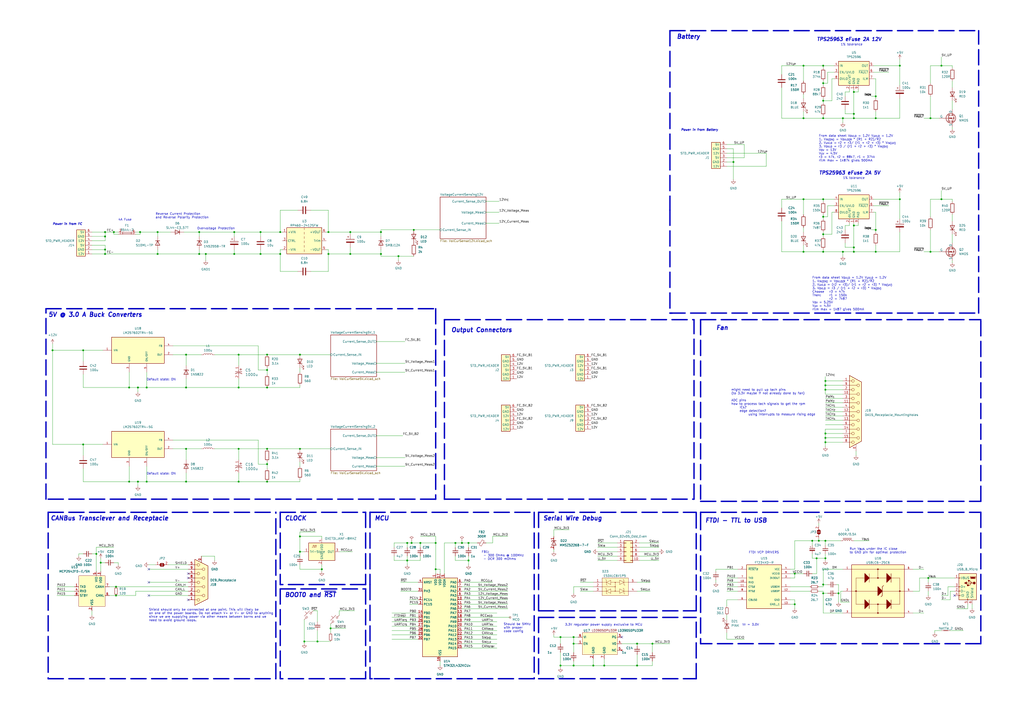
<source format=kicad_sch>
(kicad_sch (version 20230121) (generator eeschema)
  (paper "A2")
  (lib_symbols
    (symbol "BattPart:Blade_Fuse"
      (property "Reference" "F" (at 0 2.54 0))
      (symbol "Blade_Fuse_1_1"
        (pin bidirectional line (at 5.08 1.27 180) (length 2.54) (name "") (number "1"))
        (pin bidirectional line (at 5.08 0 180) (length 2.54) (name "") (number "2"))
        (pin bidirectional line (at -5.08 1.27 0) (length 2.54) (name "") (number "3"))
        (pin bidirectional line (at -5.08 0 0) (length 2.54) (name "") (number "4"))
      )
    )
    (symbol "Connector:DA15_Receptacle_MountingHoles" (pin_names (offset 1.016) hide)
      (property "Reference" "J" (at 0 24.13 0))
      (property "Value" "DA15_Receptacle_MountingHoles" (at 0 22.225 0))
      (symbol "DA15_Receptacle_MountingHoles_1_1"
        (pin passive line (at 0 -22.86 90) (length 3.81) (name "PAD") (number "0"))
        (pin passive line (at -7.62 17.78 0) (length 3.81) (name "1") (number "1"))
        (pin passive line (at -7.62 10.16 0) (length 3.81) (name "P10") (number "10"))
        (pin passive line (at -7.62 5.08 0) (length 3.81) (name "P111") (number "11"))
        (pin passive line (at -7.62 0 0) (length 3.81) (name "P12") (number "12"))
        (pin passive line (at -7.62 -5.08 0) (length 3.81) (name "P13") (number "13"))
        (pin passive line (at -7.62 -10.16 0) (length 3.81) (name "P14") (number "14"))
        (pin passive line (at -7.62 -15.24 0) (length 3.81) (name "P15") (number "15"))
        (pin passive line (at -7.62 12.7 0) (length 3.81) (name "2") (number "2"))
        (pin passive line (at -7.62 7.62 0) (length 3.81) (name "3") (number "3"))
        (pin passive line (at -7.62 2.54 0) (length 3.81) (name "4") (number "4"))
        (pin passive line (at -7.62 -2.54 0) (length 3.81) (name "5") (number "5"))
        (pin passive line (at -7.62 -7.62 0) (length 3.81) (name "6") (number "6"))
        (pin passive line (at -7.62 -12.7 0) (length 3.81) (name "7") (number "7"))
        (pin passive line (at -7.62 -17.78 0) (length 3.81) (name "8") (number "8"))
        (pin passive line (at -7.62 15.24 0) (length 3.81) (name "P9") (number "9"))
      )
    )
    (symbol "Connector:DE9_Receptacle_MountingHoles" (pin_names (offset 1.016) hide)
      (property "Reference" "J" (at 0 16.51 0))
      (property "Value" "DE9_Receptacle_MountingHoles" (at 0 14.605 0))
      (symbol "DE9_Receptacle_MountingHoles_1_1"
        (pin passive line (at 0 -15.24 90) (length 3.81) (name "PAD") (number "0"))
        (pin passive line (at -7.62 10.16 0) (length 3.81) (name "1") (number "1"))
        (pin passive line (at -7.62 5.08 0) (length 3.81) (name "2") (number "2"))
        (pin passive line (at -7.62 0 0) (length 3.81) (name "3") (number "3"))
        (pin passive line (at -7.62 -5.08 0) (length 3.81) (name "4") (number "4"))
        (pin passive line (at -7.62 -10.16 0) (length 3.81) (name "5") (number "5"))
        (pin passive line (at -7.62 7.62 0) (length 3.81) (name "6") (number "6"))
        (pin passive line (at -7.62 2.54 0) (length 3.81) (name "7") (number "7"))
        (pin passive line (at -7.62 -2.54 0) (length 3.81) (name "8") (number "8"))
        (pin passive line (at -7.62 -7.62 0) (length 3.81) (name "9") (number "9"))
      )
    )
    (symbol "Connector:TestPoint_Small" (pin_numbers hide) (pin_names (offset 0.762) hide)
      (property "Reference" "TP" (at 0 3.81 0))
      (property "Value" "TestPoint_Small" (at 0 2.032 0))
      (symbol "TestPoint_Small_1_1"
        (pin passive line (at 0 0 90) (length 0) (name "1") (number "1"))
      )
    )
    (symbol "Connector:USB_B_Micro" (pin_names (offset 1.016))
      (property "Reference" "J" (at -5.08 11.43 0))
      (property "Value" "USB_B_Micro" (at -5.08 8.89 0))
      (symbol "USB_B_Micro_1_1"
        (pin power_out line (at 7.62 5.08 180) (length 2.54) (name "VBUS") (number "1"))
        (pin bidirectional line (at 7.62 -2.54 180) (length 2.54) (name "D-") (number "2"))
        (pin bidirectional line (at 7.62 0 180) (length 2.54) (name "D+") (number "3"))
        (pin passive line (at 7.62 -5.08 180) (length 2.54) (name "ID") (number "4"))
        (pin power_out line (at 0 -10.16 90) (length 2.54) (name "GND") (number "5"))
        (pin passive line (at -2.54 -10.16 90) (length 2.54) (name "Shield") (number "6"))
      )
    )
    (symbol "Connector_Generic:Conn_02x05_Odd_Even" (pin_names (offset 1.016) hide)
      (property "Reference" "J" (at 1.27 7.62 0))
      (property "Value" "Conn_02x05_Odd_Even" (at 1.27 -7.62 0))
      (symbol "Conn_02x05_Odd_Even_1_1"
        (pin passive line (at -5.08 5.08 0) (length 3.81) (name "Pin_1") (number "1"))
        (pin passive line (at 7.62 -5.08 180) (length 3.81) (name "Pin_10") (number "10"))
        (pin passive line (at 7.62 5.08 180) (length 3.81) (name "Pin_2") (number "2"))
        (pin passive line (at -5.08 2.54 0) (length 3.81) (name "Pin_3") (number "3"))
        (pin passive line (at 7.62 2.54 180) (length 3.81) (name "Pin_4") (number "4"))
        (pin passive line (at -5.08 0 0) (length 3.81) (name "Pin_5") (number "5"))
        (pin passive line (at 7.62 0 180) (length 3.81) (name "Pin_6") (number "6"))
        (pin passive line (at -5.08 -2.54 0) (length 3.81) (name "Pin_7") (number "7"))
        (pin passive line (at 7.62 -2.54 180) (length 3.81) (name "Pin_8") (number "8"))
        (pin passive line (at -5.08 -5.08 0) (length 3.81) (name "Pin_9") (number "9"))
      )
    )
    (symbol "Converter_DCDC:RPA60-2412SFW"
      (property "Reference" "U" (at -8.89 8.89 0))
      (property "Value" "RPA60-2412SFW" (at 8.89 8.89 0))
      (symbol "RPA60-2412SFW_1_1"
        (pin power_in line (at -12.7 5.08 0) (length 2.54) (name "+VIN") (number "1"))
        (pin power_in line (at -12.7 -5.08 0) (length 2.54) (name "-VIN") (number "2"))
        (pin input line (at -12.7 0 0) (length 2.54) (name "CTRL") (number "3"))
        (pin input line (at 12.7 0 180) (length 2.54) (name "Trim") (number "4"))
        (pin power_out line (at 12.7 -5.08 180) (length 2.54) (name "-VOUT") (number "5"))
        (pin power_out line (at 12.7 5.08 180) (length 2.54) (name "+VOUT") (number "6"))
      )
    )
    (symbol "Device:C" (pin_numbers hide) (pin_names (offset 0.254))
      (property "Reference" "C" (at 0.635 2.54 0))
      (property "Value" "C" (at 0.635 -2.54 0))
      (symbol "C_1_1"
        (pin passive line (at 0 3.81 270) (length 2.794) (name "~") (number "1"))
        (pin passive line (at 0 -3.81 90) (length 2.794) (name "~") (number "2"))
      )
    )
    (symbol "Device:C_Polarized" (pin_numbers hide) (pin_names (offset 0.254))
      (property "Reference" "C" (at 0.635 2.54 0))
      (property "Value" "C_Polarized" (at 0.635 -2.54 0))
      (symbol "C_Polarized_1_1"
        (pin passive line (at 0 3.81 270) (length 2.794) (name "~") (number "1"))
        (pin passive line (at 0 -3.81 90) (length 2.794) (name "~") (number "2"))
      )
    )
    (symbol "Device:C_Polarized_Small" (pin_numbers hide) (pin_names (offset 0.254) hide)
      (property "Reference" "C" (at 0.254 1.778 0))
      (property "Value" "C_Polarized_Small" (at 0.254 -2.032 0))
      (symbol "C_Polarized_Small_1_1"
        (pin passive line (at 0 2.54 270) (length 1.8542) (name "~") (number "1"))
        (pin passive line (at 0 -2.54 90) (length 1.8542) (name "~") (number "2"))
      )
    )
    (symbol "Device:C_Small" (pin_numbers hide) (pin_names (offset 0.254) hide)
      (property "Reference" "C" (at 0.254 1.778 0))
      (property "Value" "C_Small" (at 0.254 -2.032 0))
      (symbol "C_Small_1_1"
        (pin passive line (at 0 2.54 270) (length 2.032) (name "~") (number "1"))
        (pin passive line (at 0 -2.54 90) (length 2.032) (name "~") (number "2"))
      )
    )
    (symbol "Device:D" (pin_numbers hide) (pin_names (offset 1.016) hide)
      (property "Reference" "D" (at 0 2.54 0))
      (property "Value" "D" (at 0 -2.54 0))
      (symbol "D_1_1"
        (pin passive line (at -3.81 0 0) (length 2.54) (name "K") (number "1"))
        (pin passive line (at 3.81 0 180) (length 2.54) (name "A") (number "2"))
      )
    )
    (symbol "Device:D_Zener" (pin_numbers hide) (pin_names (offset 1.016) hide)
      (property "Reference" "D" (at 0 2.54 0))
      (property "Value" "D_Zener" (at 0 -2.54 0))
      (symbol "D_Zener_1_1"
        (pin passive line (at -3.81 0 0) (length 2.54) (name "K") (number "1"))
        (pin passive line (at 3.81 0 180) (length 2.54) (name "A") (number "2"))
      )
    )
    (symbol "Device:FerriteBead_Small" (pin_numbers hide) (pin_names (offset 0))
      (property "Reference" "FB" (at 1.905 1.27 0))
      (property "Value" "FerriteBead_Small" (at 1.905 -1.27 0))
      (symbol "FerriteBead_Small_1_1"
        (pin passive line (at 0 2.54 270) (length 1.27) (name "~") (number "1"))
        (pin passive line (at 0 -2.54 90) (length 1.27) (name "~") (number "2"))
      )
    )
    (symbol "Device:L" (pin_numbers hide) (pin_names (offset 1.016) hide)
      (property "Reference" "L" (at -1.27 0 90))
      (property "Value" "L" (at 1.905 0 90))
      (symbol "L_1_1"
        (pin passive line (at 0 3.81 270) (length 1.27) (name "1") (number "1"))
        (pin passive line (at 0 -3.81 90) (length 1.27) (name "2") (number "2"))
      )
    )
    (symbol "Device:LED" (pin_numbers hide) (pin_names (offset 1.016) hide)
      (property "Reference" "D" (at 0 2.54 0))
      (property "Value" "LED" (at 0 -2.54 0))
      (symbol "LED_1_1"
        (pin passive line (at -3.81 0 0) (length 2.54) (name "K") (number "1"))
        (pin passive line (at 3.81 0 180) (length 2.54) (name "A") (number "2"))
      )
    )
    (symbol "Device:L_Iron" (pin_numbers hide) (pin_names (offset 1.016) hide)
      (property "Reference" "L" (at -1.27 0 90))
      (property "Value" "L_Iron" (at 2.794 0 90))
      (symbol "L_Iron_1_1"
        (pin passive line (at 0 3.81 270) (length 1.27) (name "1") (number "1"))
        (pin passive line (at 0 -3.81 90) (length 1.27) (name "2") (number "2"))
      )
    )
    (symbol "Device:NetTie_2" (pin_numbers hide) (pin_names (offset 0) hide) (in_bom no)
      (property "Reference" "NT" (at 0 1.27 0))
      (property "Value" "NetTie_2" (at 0 -1.27 0))
      (symbol "NetTie_2_1_1"
        (pin passive line (at -2.54 0 0) (length 2.54) (name "1") (number "1"))
        (pin passive line (at 2.54 0 180) (length 2.54) (name "2") (number "2"))
      )
    )
    (symbol "Device:R" (pin_numbers hide) (pin_names (offset 0))
      (property "Reference" "R" (at 2.032 0 90))
      (property "Value" "R" (at 0 0 90))
      (symbol "R_1_1"
        (pin passive line (at 0 3.81 270) (length 1.27) (name "~") (number "1"))
        (pin passive line (at 0 -3.81 90) (length 1.27) (name "~") (number "2"))
      )
    )
    (symbol "Device:R_Small" (pin_numbers hide) (pin_names (offset 0.254) hide)
      (property "Reference" "R" (at 0.762 0.508 0))
      (property "Value" "R_Small" (at 0.762 -1.016 0))
      (symbol "R_Small_1_1"
        (pin passive line (at 0 2.54 270) (length 0.762) (name "~") (number "1"))
        (pin passive line (at 0 -2.54 90) (length 0.762) (name "~") (number "2"))
      )
    )
    (symbol "Diode:ZPDxx" (pin_numbers hide) (pin_names hide)
      (property "Reference" "D" (at 0 2.54 0))
      (property "Value" "ZPDxx" (at 0 -2.54 0))
      (symbol "ZPDxx_1_1"
        (pin passive line (at -3.81 0 0) (length 2.54) (name "K") (number "1"))
        (pin passive line (at 3.81 0 180) (length 2.54) (name "A") (number "2"))
      )
    )
    (symbol "FCC_PARTS:LD39050PU33R"
      (property "Reference" "U7" (at 5.08 7.62 0))
      (property "Value" "LD39050PU33R" (at 7.62 5.08 0))
      (symbol "LD39050PU33R_1_1"
        (text "LD39050PU33R" (at 7.62 5.08 0) (effects (font (size 1.27 1.27))))
        (pin input line (at -7.62 -2.54 0) (length 2.54) (name "EN") (number "1"))
        (pin power_in line (at 1.27 -11.43 90) (length 2.54) (name "GND") (number "2"))
        (pin passive line (at 17.78 1.27 180) (length 2.54) (name "PG") (number "3"))
        (pin power_out line (at 17.78 -2.54 180) (length 2.54) (name "VO") (number "4"))
        (pin no_connect line (at 17.78 -6.35 180) (length 2.54) (name "NC") (number "5"))
        (pin power_in line (at -7.62 1.27 0) (length 2.54) (name "VI") (number "6"))
        (pin power_in line (at 7.62 -11.43 90) (length 2.54) (name "GND") (number "7"))
      )
    )
    (symbol "FCC_PARTS:MCP2542FD"
      (property "Reference" "U9" (at 17.78 1.27 0))
      (property "Value" "MCP2542FD-E/SN" (at 17.78 -1.27 0))
      (symbol "MCP2542FD_0_0"
        (pin passive line (at -10.16 -6.35 0) (length 2.54) (name "TXD") (number "1"))
        (pin passive line (at 0 -20.32 90) (length 2.54) (name "VSS") (number "2"))
        (pin passive line (at 5.08 2.54 270) (length 2.54) (name "VDD") (number "3"))
        (pin passive line (at -10.16 -8.89 0) (length 2.54) (name "RXD") (number "4"))
        (pin passive line (at 2.54 2.54 270) (length 2.54) (name "VIO") (number "5"))
        (pin passive line (at 10.16 -11.43 180) (length 2.54) (name "CANL") (number "6"))
        (pin passive line (at 10.16 -6.35 180) (length 2.54) (name "CANH") (number "7"))
        (pin passive line (at -10.16 -11.43 0) (length 2.54) (name "STBY") (number "8"))
      )
    )
    (symbol "FCC_Parts:ESDALC6V1P5" (pin_names (offset 0.254))
      (property "Reference" "D" (at 15.24 7.62 0))
      (property "Value" "ESDALC6V1P5" (at 15.24 5.08 0))
      (symbol "ESDALC6V1P5_1_1"
        (pin unspecified line (at 2.54 0 0) (length 5.08) (name "") (number "1"))
        (pin unspecified line (at 2.54 -2.54 0) (length 5.08) (name "") (number "2"))
        (pin unspecified line (at 2.54 -5.08 0) (length 5.08) (name "") (number "3"))
        (pin unspecified line (at 27.94 -5.08 180) (length 5.08) (name "") (number "4"))
        (pin unspecified line (at 27.94 0 180) (length 5.08) (name "") (number "5"))
      )
    )
    (symbol "FCC_Parts:FT234XD-R" (pin_names (offset 1.016))
      (property "Reference" "U" (at -10.16 15.24 0))
      (property "Value" "FT234XD-R" (at -10.16 15.24 0))
      (symbol "FT234XD-R_0_0"
        (pin bidirectional line (at 15.24 0 180) (length 5.08) (name "USBDM") (number "1"))
        (pin input line (at -15.24 2.54 0) (length 5.08) (name "RXD") (number "10"))
        (pin input line (at -15.24 0 0) (length 5.08) (name "CTS#") (number "11"))
        (pin bidirectional line (at 15.24 -2.54 180) (length 5.08) (name "USBDP") (number "12"))
        (pin power_in line (at 15.24 -10.16 180) (length 5.08) (name "GND__1") (number "13"))
        (pin input line (at -15.24 10.16 0) (length 5.08) (name "~{RESET}#") (number "2"))
        (pin output line (at 15.24 5.08 180) (length 5.08) (name "3V3OUT") (number "3"))
        (pin power_in line (at 15.24 10.16 180) (length 5.08) (name "VCC") (number "4"))
        (pin power_in line (at 15.24 -7.62 180) (length 5.08) (name "GND") (number "5"))
        (pin bidirectional line (at -15.24 -7.62 0) (length 5.08) (name "CBUS0") (number "6"))
        (pin output line (at -15.24 5.08 0) (length 5.08) (name "TXD") (number "7"))
        (pin output line (at -15.24 -2.54 0) (length 5.08) (name "RTS#") (number "8"))
        (pin power_in line (at 15.24 7.62 180) (length 5.08) (name "VCCIO") (number "9"))
      )
    )
    (symbol "FCC_Parts:MMSZ5226B-7-F"
      (property "Reference" "D" (at 0 3.81 0))
      (property "Value" "MMSZ5226B-7-F" (at 0 0 0))
      (property "Part#" "C155250" (at 0 0 0))
      (symbol "MMSZ5226B-7-F_1_1"
        (pin passive line (at -3.81 0 0) (length 2.54) (name "") (number "1"))
        (pin passive line (at 3.81 0 180) (length 2.54) (name "") (number "2"))
      )
    )
    (symbol "FCC_Parts:USBLC6-2SC6" (pin_names (offset 1.016))
      (property "Reference" "U" (at -15.24 19.05 0))
      (property "Value" "USBLC6-2SC6" (at -15.24 17.78 0))
      (symbol "USBLC6-2SC6_0_0"
        (pin bidirectional line (at -20.32 12.7 0) (length 5.08) (name "~") (number "1"))
        (pin power_in line (at -20.32 0 0) (length 5.08) (name "~") (number "2"))
        (pin bidirectional line (at -20.32 -12.7 0) (length 5.08) (name "~") (number "3"))
        (pin bidirectional line (at 20.32 -12.7 180) (length 5.08) (name "~") (number "4"))
        (pin power_in line (at 20.32 0 180) (length 5.08) (name "~") (number "5"))
        (pin bidirectional line (at 20.32 12.7 180) (length 5.08) (name "~") (number "6"))
      )
    )
    (symbol "FCPB_Parts:LM2576D2TR4-5G" (pin_names (offset 1.016))
      (property "Reference" "U" (at -17.8054 -20.3454 0))
      (property "Value" "LM2576D2TR4-5G" (at -17.8054 -22.8854 0))
      (symbol "LM2576D2TR4-5G_0_0"
        (pin input line (at -20.32 0 0) (length 5.08) (name "VIN") (number "1"))
        (pin output line (at 20.32 -2.54 180) (length 5.08) (name "OUT") (number "2"))
        (pin passive line (at -5.08 -12.7 90) (length 5.08) (name "GND") (number "3"))
        (pin output line (at 20.32 2.54 180) (length 5.08) (name "FB") (number "4"))
        (pin input line (at 5.08 -12.7 90) (length 5.08) (name "ON/OFF") (number "5"))
      )
    )
    (symbol "FCPB_Parts:UUD1A102MNL1GS" (pin_names (offset 0.254))
      (property "Reference" "C" (at 3.81 3.81 0))
      (property "Value" "UUD1A102MNL1GS" (at 3.81 -3.81 0))
      (symbol "UUD1A102MNL1GS_1_1"
        (pin unspecified line (at 0 0 0) (length 2.54) (name "") (number "1"))
        (pin unspecified line (at 7.62 0 180) (length 2.54) (name "") (number "2"))
      )
      (symbol "UUD1A102MNL1GS_1_2"
        (pin unspecified line (at 0 -7.62 90) (length 2.54) (name "") (number "1"))
        (pin unspecified line (at 0 0 270) (length 2.54) (name "") (number "2"))
      )
    )
    (symbol "H2_Parts:TPS2596"
      (property "Reference" "U" (at 0 11.43 0))
      (property "Value" "TPS2596" (at 0 8.89 0))
      (symbol "TPS2596_1_1"
        (pin power_in line (at 0 -10.16 90) (length 2.54) (name "GND") (number "1"))
        (pin input line (at -2.54 -10.16 90) (length 2.54) (name "dV/dT") (number "2"))
        (pin input line (at -11.43 0 0) (length 2.54) (name "EN/UVLO") (number "3"))
        (pin power_in line (at -11.43 3.81 0) (length 2.54) (name "IN") (number "4"))
        (pin power_out line (at 11.43 3.81 180) (length 2.54) (name "OUT") (number "5"))
        (pin output line (at 11.43 0 180) (length 2.54) (name "~{FAULT}") (number "6"))
        (pin input line (at 11.43 -3.81 180) (length 2.54) (name "ILM") (number "7"))
        (pin input line (at -11.43 -3.81 0) (length 2.54) (name "OVLO") (number "8"))
        (pin input line (at 2.54 -10.16 90) (length 2.54) (name "PAD") (number "9"))
      )
    )
    (symbol "Jumper:SolderJumper_2_Open" (pin_names (offset 0) hide)
      (property "Reference" "JP" (at 0 2.032 0))
      (property "Value" "SolderJumper_2_Open" (at 0 -2.54 0))
      (symbol "SolderJumper_2_Open_1_1"
        (pin passive line (at -3.81 0 0) (length 2.54) (name "A") (number "1"))
        (pin passive line (at 3.81 0 180) (length 2.54) (name "B") (number "2"))
      )
    )
    (symbol "MCU_ST_STM32L4:STM32L432KCUx"
      (property "Reference" "U" (at -10.16 24.13 0))
      (property "Value" "STM32L432KCUx" (at 5.08 24.13 0))
      (symbol "STM32L432KCUx_1_1"
        (pin power_in line (at -2.54 25.4 270) (length 2.54) (name "VDD") (number "1"))
        (pin bidirectional line (at 12.7 10.16 180) (length 2.54) (name "PA4") (number "10"))
        (pin bidirectional line (at 12.7 7.62 180) (length 2.54) (name "PA5") (number "11"))
        (pin bidirectional line (at 12.7 5.08 180) (length 2.54) (name "PA6") (number "12"))
        (pin bidirectional line (at 12.7 2.54 180) (length 2.54) (name "PA7") (number "13"))
        (pin bidirectional line (at -12.7 2.54 0) (length 2.54) (name "PB0") (number "14"))
        (pin bidirectional line (at -12.7 0 0) (length 2.54) (name "PB1") (number "15"))
        (pin power_in line (at 0 -25.4 90) (length 2.54) (name "VSS") (number "16"))
        (pin power_in line (at 0 25.4 270) (length 2.54) (name "VDD") (number "17"))
        (pin bidirectional line (at 12.7 0 180) (length 2.54) (name "PA8") (number "18"))
        (pin bidirectional line (at 12.7 -2.54 180) (length 2.54) (name "PA9") (number "19"))
        (pin bidirectional line (at -12.7 10.16 0) (length 2.54) (name "PC14") (number "2"))
        (pin bidirectional line (at 12.7 -5.08 180) (length 2.54) (name "PA10") (number "20"))
        (pin bidirectional line (at 12.7 -7.62 180) (length 2.54) (name "PA11") (number "21"))
        (pin bidirectional line (at 12.7 -10.16 180) (length 2.54) (name "PA12") (number "22"))
        (pin bidirectional line (at 12.7 -12.7 180) (length 2.54) (name "PA13") (number "23"))
        (pin bidirectional line (at 12.7 -15.24 180) (length 2.54) (name "PA14") (number "24"))
        (pin bidirectional line (at 12.7 -17.78 180) (length 2.54) (name "PA15") (number "25"))
        (pin bidirectional line (at -12.7 -2.54 0) (length 2.54) (name "PB3") (number "26"))
        (pin bidirectional line (at -12.7 -5.08 0) (length 2.54) (name "PB4") (number "27"))
        (pin bidirectional line (at -12.7 -7.62 0) (length 2.54) (name "PB5") (number "28"))
        (pin bidirectional line (at -12.7 -10.16 0) (length 2.54) (name "PB6") (number "29"))
        (pin bidirectional line (at -12.7 7.62 0) (length 2.54) (name "PC15") (number "3"))
        (pin bidirectional line (at -12.7 -12.7 0) (length 2.54) (name "PB7") (number "30"))
        (pin bidirectional line (at -12.7 15.24 0) (length 2.54) (name "PH3") (number "31"))
        (pin passive line (at 0 -25.4 90) (length 2.54) hide (name "VSS") (number "32"))
        (pin passive line (at 0 -25.4 90) (length 2.54) hide (name "VSS") (number "33"))
        (pin input line (at -12.7 20.32 0) (length 2.54) (name "NRST") (number "4"))
        (pin power_in line (at 2.54 25.4 270) (length 2.54) (name "VDDA") (number "5"))
        (pin bidirectional line (at 12.7 20.32 180) (length 2.54) (name "PA0") (number "6"))
        (pin bidirectional line (at 12.7 17.78 180) (length 2.54) (name "PA1") (number "7"))
        (pin bidirectional line (at 12.7 15.24 180) (length 2.54) (name "PA2") (number "8"))
        (pin bidirectional line (at 12.7 12.7 180) (length 2.54) (name "PA3") (number "9"))
      )
    )
    (symbol "RB_PARTS:OXETDLJANF-8MHZ"
      (property "Reference" "X" (at -7.62 6.35 0))
      (property "Value" "OXETDLJANF-8MHZ " (at 1.27 -6.35 0))
      (symbol "OXETDLJANF-8MHZ_1_1"
        (pin input line (at -10.16 0 0) (length 2.54) (name "Tri-State") (number "1"))
        (pin power_in line (at 0 -7.62 90) (length 2.54) (name "GND") (number "2"))
        (pin output line (at 10.16 0 180) (length 2.54) (name "OUT") (number "3"))
        (pin power_in line (at 0 7.62 270) (length 2.54) (name "VDD") (number "4"))
      )
    )
    (symbol "RB_Parts:STD_PWR_HEADER"
      (property "Reference" "J" (at 2.54 2.54 0))
      (property "Value" "STD_PWR_HEADER" (at 0 -16.51 0))
      (symbol "STD_PWR_HEADER_1_1"
        (pin passive line (at -2.54 0 0) (length 3.81) (name "12V") (number "1"))
        (pin passive line (at -2.54 -2.54 0) (length 3.81) (name "GND") (number "2"))
        (pin passive line (at -2.54 -5.08 0) (length 3.81) (name "5V") (number "3"))
        (pin passive line (at -2.54 -7.62 0) (length 3.81) (name "12V") (number "4"))
        (pin passive line (at -2.54 -10.16 0) (length 3.81) (name "GND") (number "5"))
        (pin passive line (at -2.54 -12.7 0) (length 3.81) (name "5V") (number "6"))
      )
    )
    (symbol "Simulation_SPICE:NMOS" (pin_numbers hide) (pin_names (offset 0))
      (property "Reference" "Q" (at 5.08 1.27 0))
      (property "Value" "NMOS" (at 5.08 -1.27 0))
      (symbol "NMOS_1_1"
        (pin passive line (at 2.54 5.08 270) (length 2.54) (name "D") (number "1"))
        (pin input line (at -5.08 0 0) (length 2.54) (name "G") (number "2"))
        (pin passive line (at 2.54 -5.08 90) (length 2.54) (name "S") (number "3"))
      )
    )
    (symbol "Switch:SW_Push_45deg" (pin_numbers hide) (pin_names (offset 1.016) hide)
      (property "Reference" "SW" (at 3.048 1.016 0))
      (property "Value" "SW_Push_45deg" (at 0 -3.81 0))
      (symbol "SW_Push_45deg_0_1"
        (pin passive line (at -2.54 2.54 0) (length 0) (name "1") (number "1"))
        (pin passive line (at 2.54 -2.54 180) (length 0) (name "2") (number "2"))
      )
    )
    (symbol "power:+12V" (power) (pin_names (offset 0))
      (property "Value" "+12V" (at 0 3.556 0))
      (symbol "+12V_1_1"
        (pin power_in line (at 0 0 90) (length 0) hide (name "+12V") (number "1"))
      )
    )
    (symbol "power:+5V" (power) (pin_names (offset 0))
      (property "Value" "+5V" (at 0 3.556 0))
      (symbol "+5V_1_1"
        (pin power_in line (at 0 0 90) (length 0) hide (name "+5V") (number "1"))
      )
    )
    (symbol "power:GND" (power) (pin_names (offset 0))
      (property "Value" "GND" (at 0 -3.81 0))
      (symbol "GND_1_1"
        (pin power_in line (at 0 0 270) (length 0) hide (name "GND") (number "1"))
      )
    )
    (symbol "power:GND1" (power) (pin_names (offset 0))
      (property "Value" "GND1" (at 0 -3.81 0))
      (symbol "GND1_1_1"
        (pin power_in line (at 0 0 270) (length 0) hide (name "GND1") (number "1"))
      )
    )
    (symbol "power:PWR_FLAG" (power) (pin_numbers hide) (pin_names (offset 0) hide)
      (property "Value" "PWR_FLAG" (at 0 3.81 0))
      (symbol "PWR_FLAG_0_0"
        (pin power_out line (at 0 0 90) (length 0) (name "pwr") (number "1"))
      )
    )
  )
  (junction (at 58.42 326.39))
  (junction (at 471.17 313.69))
  (junction (at 115.57 147.32))
  (junction (at 67.31 340.36))
  (junction (at 176.53 372.11))
  (junction (at 332.74 386.08))
  (junction (at 477.52 58.42))
  (junction (at 478.79 220.98))
  (junction (at 495.3 130.81))
  (junction (at 151.13 134.62))
  (junction (at 508 146.05))
  (junction (at 466.09 115.57))
  (junction (at 271.78 325.12))
  (junction (at 231.14 148.59))
  (junction (at 173.99 320.04))
  (junction (at 508 133.35))
  (junction (at 85.09 224.79))
  (junction (at 238.76 314.96))
  (junction (at 495.3 146.05))
  (junction (at 477.52 146.05))
  (junction (at 80.01 224.79))
  (junction (at 486.41 344.17))
  (junction (at 74.93 224.79))
  (junction (at 466.09 146.05))
  (junction (at 173.99 205.74))
  (junction (at 425.45 93.98))
  (junction (at 344.17 386.08))
  (junction (at 66.04 134.62))
  (junction (at 461.01 332.74))
  (junction (at 474.98 313.69))
  (junction (at 67.31 345.44))
  (junction (at 85.09 279.4))
  (junction (at 252.73 330.2))
  (junction (at 91.44 147.32))
  (junction (at 477.52 38.1))
  (junction (at 190.5 147.32))
  (junction (at 378.46 373.38))
  (junction (at 162.56 134.62))
  (junction (at 173.99 311.15))
  (junction (at 60.96 147.32))
  (junction (at 236.22 325.12))
  (junction (at 477.52 135.89))
  (junction (at 325.12 386.08))
  (junction (at 240.03 133.35))
  (junction (at 151.13 147.32))
  (junction (at 477.52 115.57))
  (junction (at 138.43 205.74))
  (junction (at 477.52 68.58))
  (junction (at 546.1 115.57))
  (junction (at 135.89 147.32))
  (junction (at 521.97 38.1))
  (junction (at 190.5 134.62))
  (junction (at 60.96 134.62))
  (junction (at 369.57 373.38))
  (junction (at 107.95 224.79))
  (junction (at 60.96 137.16))
  (junction (at 546.1 38.1))
  (junction (at 60.96 144.78))
  (junction (at 478.79 226.06))
  (junction (at 332.74 369.57))
  (junction (at 184.15 372.11))
  (junction (at 478.79 323.85))
  (junction (at 203.2 134.62))
  (junction (at 350.52 386.08))
  (junction (at 236.22 314.96))
  (junction (at 30.48 203.2))
  (junction (at 107.95 279.4))
  (junction (at 508 55.88))
  (junction (at 473.71 323.85))
  (junction (at 521.97 115.57))
  (junction (at 495.3 66.04))
  (junction (at 495.3 68.58))
  (junction (at 369.57 386.08))
  (junction (at 55.88 321.31))
  (junction (at 538.48 335.28))
  (junction (at 539.75 68.58))
  (junction (at 477.52 344.17))
  (junction (at 478.79 313.69))
  (junction (at 186.69 330.2))
  (junction (at 135.89 134.62))
  (junction (at 466.09 68.58))
  (junction (at 48.26 257.81))
  (junction (at 107.95 260.35))
  (junction (at 539.75 146.05))
  (junction (at 478.79 223.52))
  (junction (at 267.97 314.96))
  (junction (at 325.12 369.57))
  (junction (at 271.78 314.96))
  (junction (at 252.73 314.96))
  (junction (at 203.2 147.32))
  (junction (at 154.94 269.24))
  (junction (at 74.93 279.4))
  (junction (at 243.84 314.96))
  (junction (at 81.28 134.62))
  (junction (at 154.94 279.4))
  (junction (at 191.77 364.49))
  (junction (at 264.16 314.96))
  (junction (at 48.26 203.2))
  (junction (at 461.01 350.52))
  (junction (at 478.79 251.46))
  (junction (at 91.44 134.62))
  (junction (at 138.43 260.35))
  (junction (at 508 68.58))
  (junction (at 495.3 53.34))
  (junction (at 220.98 134.62))
  (junction (at 478.79 256.54))
  (junction (at 173.99 260.35))
  (junction (at 477.52 48.26))
  (junction (at 495.3 143.51))
  (junction (at 115.57 134.62))
  (junction (at 220.98 147.32))
  (junction (at 154.94 205.74))
  (junction (at 154.94 260.35))
  (junction (at 162.56 147.32))
  (junction (at 478.79 254))
  (junction (at 119.38 147.32))
  (junction (at 466.09 38.1))
  (junction (at 488.95 68.58))
  (junction (at 488.95 146.05))
  (junction (at 332.74 373.38))
  (junction (at 80.01 279.4))
  (junction (at 477.52 339.09))
  (junction (at 477.52 125.73))
  (junction (at 138.43 279.4))
  (junction (at 107.95 205.74))
  (junction (at 154.94 224.79))
  (junction (at 138.43 224.79))
  (junction (at 154.94 214.63))
  (no_connect (at 109.22 335.28))
  (no_connect (at 553.72 345.44))
  (no_connect (at 86.36 345.44))
  (no_connect (at 109.22 332.74))
  (no_connect (at 86.36 337.82))
  (no_connect (at 86.36 330.2))
  (no_connect (at 109.22 347.98))
  (no_connect (at 360.68 369.57))
  (wire (pts (xy 138.43 224.79) (xy 107.95 224.79)))
  (wire (pts (xy 321.31 318.77) (xy 321.31 320.04)))
  (wire (pts (xy 267.97 340.36) (xy 294.64 340.36)))
  (wire (pts (xy 172.72 121.92) (xy 162.56 121.92)))
  (wire (pts (xy 236.22 314.96) (xy 238.76 314.96)))
  (wire (pts (xy 33.02 340.36) (xy 43.18 340.36)))
  (wire (pts (xy 488.95 231.14) (xy 478.79 231.14)))
  (wire (pts (xy 173.99 330.2) (xy 186.69 330.2)))
  (wire (pts (xy 369.57 342.9) (xy 377.19 342.9)))
  (wire (pts (xy 236.22 325.12) (xy 243.84 325.12)))
  (wire (pts (xy 461.01 350.52) (xy 461.01 353.06)))
  (wire (pts (xy 173.99 213.36) (xy 173.99 215.9)))
  (wire (pts (xy 482.6 135.89) (xy 482.6 123.19)))
  (wire (pts (xy 552.45 73.66) (xy 552.45 74.93)))
  (wire (pts (xy 521.97 38.1) (xy 521.97 49.53)))
  (wire (pts (xy 344.17 386.08) (xy 350.52 386.08)))
  (wire (pts (xy 425.45 86.36) (xy 425.45 93.98)))
  (wire (pts (xy 529.59 330.2) (xy 535.94 330.2)))
  (wire (pts (xy 321.31 369.57) (xy 325.12 369.57)))
  (wire (pts (xy 154.94 269.24) (xy 154.94 271.78)))
  (wire (pts (xy 227.33 368.3) (xy 242.57 368.3)))
  (wire (pts (xy 495.3 53.34) (xy 495.3 66.04)))
  (wire (pts (xy 508 64.77) (xy 508 68.58)))
  (wire (pts (xy 190.5 144.78) (xy 190.5 147.32)))
  (wire (pts (xy 360.68 373.38) (xy 369.57 373.38)))
  (wire (pts (xy 173.99 205.74) (xy 191.77 205.74)))
  (wire (pts (xy 461.01 313.69) (xy 461.01 330.2)))
  (polyline (pts (xy 214.63 297.18) (xy 309.88 297.18)) (stroke (width 0.8) (type dash)))
  (wire (pts (xy 66.04 134.62) (xy 68.58 134.62)))
  (wire (pts (xy 453.39 38.1) (xy 453.39 43.18)))
  (wire (pts (xy 474.98 340.36) (xy 477.52 340.36)))
  (wire (pts (xy 162.56 134.62) (xy 151.13 134.62)))
  (wire (pts (xy 220.98 133.35) (xy 240.03 133.35)))
  (wire (pts (xy 549.91 345.44) (xy 546.1 345.44)))
  (wire (pts (xy 495.3 313.69) (xy 504.19 313.69)))
  (wire (pts (xy 227.33 370.84) (xy 242.57 370.84)))
  (wire (pts (xy 478.79 254) (xy 488.95 254)))
  (wire (pts (xy 180.34 121.92) (xy 190.5 121.92)))
  (wire (pts (xy 554.99 353.06) (xy 561.34 353.06)))
  (polyline (pts (xy 26.67 289.56) (xy 26.67 179.07)) (stroke (width 0.8) (type dash)))
  (polyline (pts (xy 212.09 393.7) (xy 162.56 393.7)) (stroke (width 0.8) (type dash)))
  (wire (pts (xy 346.71 320.04) (xy 358.14 320.04)))
  (wire (pts (xy 483.87 41.91) (xy 480.06 41.91)))
  (wire (pts (xy 234.95 198.12) (xy 218.44 198.12)))
  (wire (pts (xy 553.72 342.9) (xy 551.18 342.9)))
  (wire (pts (xy 67.31 345.44) (xy 78.74 345.44)))
  (wire (pts (xy 189.23 144.78) (xy 190.5 144.78)))
  (wire (pts (xy 477.52 58.42) (xy 477.52 57.15)))
  (wire (pts (xy 243.84 311.15) (xy 252.73 311.15)))
  (wire (pts (xy 477.52 344.17) (xy 477.52 342.9)))
  (wire (pts (xy 508 68.58) (xy 521.97 68.58)))
  (wire (pts (xy 220.98 134.62) (xy 220.98 133.35)))
  (wire (pts (xy 135.89 144.78) (xy 135.89 147.32)))
  (wire (pts (xy 289.56 116.84) (xy 281.94 116.84)))
  (wire (pts (xy 68.58 135.89) (xy 66.04 135.89)))
  (wire (pts (xy 281.94 314.96) (xy 285.75 314.96)))
  (wire (pts (xy 346.71 314.96) (xy 358.14 314.96)))
  (wire (pts (xy 191.77 364.49) (xy 191.77 367.03)))
  (wire (pts (xy 227.33 363.22) (xy 242.57 363.22)))
  (wire (pts (xy 267.97 368.3) (xy 288.29 368.3)))
  (wire (pts (xy 350.52 386.08) (xy 369.57 386.08)))
  (wire (pts (xy 257.81 314.96) (xy 257.81 332.74)))
  (wire (pts (xy 490.22 130.81) (xy 492.76 130.81)))
  (wire (pts (xy 431.8 83.82) (xy 431.8 91.44)))
  (wire (pts (xy 458.47 335.28) (xy 461.01 335.28)))
  (wire (pts (xy 492.76 53.34) (xy 492.76 52.07)))
  (wire (pts (xy 506.73 115.57) (xy 521.97 115.57)))
  (wire (pts (xy 55.88 317.5) (xy 55.88 321.31)))
  (wire (pts (xy 474.98 303.53) (xy 474.98 304.8)))
  (wire (pts (xy 55.88 317.5) (xy 66.04 317.5)))
  (wire (pts (xy 231.14 148.59) (xy 240.03 148.59)))
  (wire (pts (xy 508 45.72) (xy 506.73 45.72)))
  (wire (pts (xy 538.48 335.28) (xy 538.48 337.82)))
  (wire (pts (xy 521.97 34.29) (xy 521.97 38.1)))
  (wire (pts (xy 154.94 224.79) (xy 173.99 224.79)))
  (wire (pts (xy 486.41 339.09) (xy 486.41 344.17)))
  (wire (pts (xy 350.52 382.27) (xy 350.52 386.08)))
  (wire (pts (xy 478.79 241.3) (xy 488.95 241.3)))
  (wire (pts (xy 506.73 119.38) (xy 515.62 119.38)))
  (polyline (pts (xy 406.4 185.42) (xy 406.4 289.56)) (stroke (width 0.8) (type dash)))
  (wire (pts (xy 539.75 115.57) (xy 539.75 125.73)))
  (wire (pts (xy 135.89 134.62) (xy 135.89 137.16)))
  (wire (pts (xy 533.4 342.9) (xy 529.59 342.9)))
  (wire (pts (xy 138.43 274.32) (xy 138.43 279.4)))
  (wire (pts (xy 539.75 38.1) (xy 539.75 48.26)))
  (wire (pts (xy 370.84 314.96) (xy 382.27 314.96)))
  (wire (pts (xy 203.2 134.62) (xy 203.2 135.89)))
  (wire (pts (xy 458.47 342.9) (xy 469.9 342.9)))
  (wire (pts (xy 124.46 322.58) (xy 116.84 322.58)))
  (wire (pts (xy 115.57 134.62) (xy 115.57 137.16)))
  (wire (pts (xy 124.46 205.74) (xy 138.43 205.74)))
  (wire (pts (xy 477.52 48.26) (xy 477.52 49.53)))
  (wire (pts (xy 227.33 365.76) (xy 242.57 365.76)))
  (wire (pts (xy 421.64 347.98) (xy 421.64 351.79)))
  (wire (pts (xy 473.71 323.85) (xy 478.79 323.85)))
  (wire (pts (xy 477.52 146.05) (xy 488.95 146.05)))
  (wire (pts (xy 48.26 321.31) (xy 45.72 321.31)))
  (wire (pts (xy 546.1 110.49) (xy 546.1 115.57)))
  (wire (pts (xy 539.75 55.88) (xy 539.75 68.58)))
  (wire (pts (xy 30.48 257.81) (xy 48.26 257.81)))
  (wire (pts (xy 551.18 365.76) (xy 558.8 365.76)))
  (wire (pts (xy 243.84 314.96) (xy 252.73 314.96)))
  (wire (pts (xy 91.44 147.32) (xy 115.57 147.32)))
  (wire (pts (xy 332.74 383.54) (xy 332.74 386.08)))
  (wire (pts (xy 415.29 330.2) (xy 427.99 330.2)))
  (wire (pts (xy 490.22 130.81) (xy 490.22 133.35)))
  (wire (pts (xy 458.47 347.98) (xy 461.01 347.98)))
  (polyline (pts (xy 568.96 297.18) (xy 568.96 373.38)) (stroke (width 0.8) (type dash)))
  (wire (pts (xy 477.52 137.16) (xy 477.52 135.89)))
  (wire (pts (xy 196.85 354.33) (xy 205.74 354.33)))
  (wire (pts (xy 53.34 354.33) (xy 53.34 356.87)))
  (wire (pts (xy 252.73 330.2) (xy 255.27 330.2)))
  (wire (pts (xy 271.78 325.12) (xy 271.78 327.66)))
  (wire (pts (xy 477.52 344.17) (xy 477.52 355.6)))
  (wire (pts (xy 453.39 68.58) (xy 466.09 68.58)))
  (wire (pts (xy 86.36 337.82) (xy 109.22 337.82)))
  (wire (pts (xy 482.6 58.42) (xy 482.6 45.72)))
  (wire (pts (xy 508 142.24) (xy 508 146.05)))
  (wire (pts (xy 495.3 143.51) (xy 495.3 146.05)))
  (polyline (pts (xy 212.09 297.18) (xy 212.09 339.09)) (stroke (width 0.8) (type dash)))
  (polyline (pts (xy 312.42 297.18) (xy 312.42 354.33)) (stroke (width 0.8) (type dash)))
  (polyline (pts (xy 27.94 297.18) (xy 27.94 393.7)) (stroke (width 0.8) (type dash)))
  (wire (pts (xy 135.89 134.62) (xy 151.13 134.62)))
  (wire (pts (xy 549.91 340.36) (xy 549.91 345.44)))
  (wire (pts (xy 231.14 148.59) (xy 231.14 151.13)))
  (wire (pts (xy 321.31 307.34) (xy 321.31 311.15)))
  (wire (pts (xy 344.17 386.08) (xy 344.17 382.27)))
  (wire (pts (xy 421.64 96.52) (xy 444.5 96.52)))
  (wire (pts (xy 336.55 337.82) (xy 344.17 337.82)))
  (wire (pts (xy 495.3 130.81) (xy 495.3 143.51)))
  (wire (pts (xy 325.12 386.08) (xy 325.12 387.35)))
  (wire (pts (xy 478.79 251.46) (xy 488.95 251.46)))
  (wire (pts (xy 508 123.19) (xy 508 133.35)))
  (wire (pts (xy 138.43 205.74) (xy 138.43 212.09)))
  (wire (pts (xy 495.3 53.34) (xy 495.3 52.07)))
  (wire (pts (xy 138.43 260.35) (xy 154.94 260.35)))
  (wire (pts (xy 477.52 38.1) (xy 483.87 38.1)))
  (wire (pts (xy 48.26 257.81) (xy 59.69 257.81)))
  (wire (pts (xy 461.01 332.74) (xy 466.09 332.74)))
  (wire (pts (xy 149.86 200.66) (xy 149.86 214.63)))
  (wire (pts (xy 471.17 313.69) (xy 471.17 316.23)))
  (wire (pts (xy 552.45 151.13) (xy 552.45 152.4)))
  (wire (pts (xy 173.99 260.35) (xy 191.77 260.35)))
  (polyline (pts (xy 568.96 290.83) (xy 568.96 185.42)) (stroke (width 0.8) (type dash)))
  (wire (pts (xy 369.57 373.38) (xy 378.46 373.38)))
  (wire (pts (xy 474.98 342.9) (xy 477.52 342.9)))
  (wire (pts (xy 124.46 322.58) (xy 124.46 325.12)))
  (wire (pts (xy 252.73 332.74) (xy 252.73 330.2)))
  (wire (pts (xy 478.79 248.92) (xy 478.79 251.46)))
  (wire (pts (xy 100.33 255.27) (xy 149.86 255.27)))
  (wire (pts (xy 538.48 342.9) (xy 538.48 345.44)))
  (wire (pts (xy 81.28 135.89) (xy 81.28 134.62)))
  (wire (pts (xy 453.39 115.57) (xy 466.09 115.57)))
  (wire (pts (xy 508 133.35) (xy 508 134.62)))
  (wire (pts (xy 321.31 368.3) (xy 321.31 369.57)))
  (wire (pts (xy 53.34 144.78) (xy 60.96 144.78)))
  (wire (pts (xy 135.89 147.32) (xy 151.13 147.32)))
  (polyline (pts (xy 403.86 354.33) (xy 403.86 297.18)) (stroke (width 0.8) (type dash)))
  (wire (pts (xy 267.97 360.68) (xy 288.29 360.68)))
  (polyline (pts (xy 312.42 358.14) (xy 403.86 358.14)) (stroke (width 0.8) (type dash)))
  (wire (pts (xy 521.97 111.76) (xy 521.97 115.57)))
  (wire (pts (xy 271.78 325.12) (xy 264.16 325.12)))
  (wire (pts (xy 91.44 147.32) (xy 91.44 144.78)))
  (wire (pts (xy 421.64 91.44) (xy 431.8 91.44)))
  (wire (pts (xy 80.01 279.4) (xy 74.93 279.4)))
  (wire (pts (xy 477.52 339.09) (xy 477.52 340.36)))
  (wire (pts (xy 227.33 355.6) (xy 242.57 355.6)))
  (wire (pts (xy 176.53 372.11) (xy 184.15 372.11)))
  (wire (pts (xy 471.17 323.85) (xy 473.71 323.85)))
  (polyline (pts (xy 214.63 393.7) (xy 215.9 393.7)) (stroke (width 0.8) (type dash)))
  (wire (pts (xy 107.95 205.74) (xy 107.95 212.09)))
  (wire (pts (xy 53.34 147.32) (xy 60.96 147.32)))
  (wire (pts (xy 458.47 350.52) (xy 461.01 350.52)))
  (wire (pts (xy 220.98 148.59) (xy 231.14 148.59)))
  (wire (pts (xy 478.79 220.98) (xy 488.95 220.98)))
  (wire (pts (xy 466.09 142.24) (xy 466.09 146.05)))
  (wire (pts (xy 466.09 38.1) (xy 477.52 38.1)))
  (wire (pts (xy 488.95 146.05) (xy 488.95 148.59)))
  (polyline (pts (xy 406.4 298.45) (xy 406.4 373.38)) (stroke (width 0.8) (type dash)))
  (wire (pts (xy 477.52 48.26) (xy 480.06 48.26)))
  (wire (pts (xy 490.22 53.34) (xy 490.22 55.88)))
  (wire (pts (xy 281.94 129.54) (xy 289.56 129.54)))
  (wire (pts (xy 369.57 379.73) (xy 369.57 386.08)))
  (wire (pts (xy 421.64 337.82) (xy 427.99 337.82)))
  (wire (pts (xy 240.03 133.35) (xy 255.27 133.35)))
  (wire (pts (xy 421.64 88.9) (xy 444.5 88.9)))
  (wire (pts (xy 100.33 200.66) (xy 149.86 200.66)))
  (wire (pts (xy 488.95 146.05) (xy 495.3 146.05)))
  (wire (pts (xy 421.64 93.98) (xy 425.45 93.98)))
  (polyline (pts (xy 162.56 341.63) (xy 212.09 341.63)) (stroke (width 0.8) (type dash)))
  (wire (pts (xy 453.39 128.27) (xy 453.39 146.05)))
  (wire (pts (xy 80.01 224.79) (xy 74.93 224.79)))
  (wire (pts (xy 138.43 224.79) (xy 154.94 224.79)))
  (wire (pts (xy 369.57 386.08) (xy 378.46 386.08)))
  (wire (pts (xy 453.39 146.05) (xy 466.09 146.05)))
  (wire (pts (xy 74.93 215.9) (xy 74.93 224.79)))
  (polyline (pts (xy 212.09 341.63) (xy 212.09 393.7)) (stroke (width 0.8) (type dash)))
  (wire (pts (xy 173.99 311.15) (xy 173.99 320.04)))
  (wire (pts (xy 149.86 214.63) (xy 154.94 214.63)))
  (wire (pts (xy 521.97 115.57) (xy 521.97 127)))
  (wire (pts (xy 30.48 203.2) (xy 48.26 203.2)))
  (wire (pts (xy 477.52 124.46) (xy 477.52 125.73)))
  (wire (pts (xy 189.23 134.62) (xy 190.5 134.62)))
  (wire (pts (xy 264.16 314.96) (xy 267.97 314.96)))
  (wire (pts (xy 191.77 361.95) (xy 191.77 364.49)))
  (wire (pts (xy 203.2 134.62) (xy 220.98 134.62)))
  (wire (pts (xy 97.79 327.66) (xy 109.22 327.66)))
  (wire (pts (xy 478.79 316.23) (xy 478.79 313.69)))
  (polyline (pts (xy 403.86 393.7) (xy 403.86 358.14)) (stroke (width 0.8) (type dash)))
  (polyline (pts (xy 27.94 289.56) (xy 254 289.56)) (stroke (width 0.8) (type dash)))
  (wire (pts (xy 78.74 135.89) (xy 81.28 135.89)))
  (wire (pts (xy 252.73 314.96) (xy 252.73 330.2)))
  (wire (pts (xy 332.74 373.38) (xy 332.74 378.46)))
  (wire (pts (xy 466.09 38.1) (xy 466.09 46.99)))
  (wire (pts (xy 267.97 370.84) (xy 288.29 370.84)))
  (wire (pts (xy 478.79 256.54) (xy 488.95 256.54)))
  (wire (pts (xy 227.33 360.68) (xy 242.57 360.68)))
  (wire (pts (xy 477.52 67.31) (xy 477.52 68.58)))
  (polyline (pts (xy 402.59 289.56) (xy 402.59 185.42)) (stroke (width 0.8) (type dash)))
  (wire (pts (xy 176.53 359.41) (xy 176.53 372.11)))
  (wire (pts (xy 478.79 246.38) (xy 488.95 246.38)))
  (wire (pts (xy 267.97 353.06) (xy 294.64 353.06)))
  (wire (pts (xy 508 146.05) (xy 521.97 146.05)))
  (wire (pts (xy 495.3 146.05) (xy 508 146.05)))
  (polyline (pts (xy 252.73 179.07) (xy 252.73 289.56)) (stroke (width 0.8) (type dash)))
  (polyline (pts (xy 312.42 297.18) (xy 403.86 297.18)) (stroke (width 0.8) (type dash)))
  (wire (pts (xy 415.29 330.2) (xy 415.29 331.47)))
  (wire (pts (xy 332.74 386.08) (xy 344.17 386.08)))
  (wire (pts (xy 458.47 340.36) (xy 469.9 340.36)))
  (polyline (pts (xy 312.42 354.33) (xy 403.86 354.33)) (stroke (width 0.8) (type dash)))
  (wire (pts (xy 30.48 203.2) (xy 30.48 257.81)))
  (wire (pts (xy 60.96 134.62) (xy 66.04 134.62)))
  (wire (pts (xy 486.41 344.17) (xy 486.41 349.25)))
  (wire (pts (xy 508 45.72) (xy 508 55.88)))
  (wire (pts (xy 85.09 215.9) (xy 85.09 224.79)))
  (wire (pts (xy 477.52 144.78) (xy 477.52 146.05)))
  (wire (pts (xy 186.69 327.66) (xy 186.69 330.2)))
  (wire (pts (xy 58.42 323.85) (xy 58.42 326.39)))
  (wire (pts (xy 173.99 327.66) (xy 173.99 330.2)))
  (wire (pts (xy 539.75 68.58) (xy 544.83 68.58)))
  (wire (pts (xy 154.94 214.63) (xy 154.94 217.17)))
  (wire (pts (xy 228.6 314.96) (xy 228.6 317.5)))
  (wire (pts (xy 85.09 279.4) (xy 107.95 279.4)))
  (wire (pts (xy 325.12 378.46) (xy 325.12 386.08)))
  (wire (pts (xy 378.46 373.38) (xy 388.62 373.38)))
  (wire (pts (xy 233.68 252.73) (xy 218.44 252.73)))
  (wire (pts (xy 552.45 38.1) (xy 552.45 39.37)))
  (wire (pts (xy 186.69 311.15) (xy 186.69 312.42)))
  (wire (pts (xy 86.36 330.2) (xy 109.22 330.2)))
  (wire (pts (xy 495.3 68.58) (xy 508 68.58)))
  (wire (pts (xy 444.5 96.52) (xy 444.5 88.9)))
  (wire (pts (xy 173.99 308.61) (xy 173.99 311.15)))
  (wire (pts (xy 271.78 314.96) (xy 271.78 317.5)))
  (polyline (pts (xy 312.42 358.14) (xy 312.42 393.7)) (stroke (width 0.8) (type dash)))
  (wire (pts (xy 478.79 321.31) (xy 478.79 323.85)))
  (wire (pts (xy 477.52 115.57) (xy 483.87 115.57)))
  (wire (pts (xy 264.16 317.5) (xy 264.16 314.96)))
  (wire (pts (xy 172.72 157.48) (xy 162.56 157.48)))
  (wire (pts (xy 477.52 116.84) (xy 477.52 115.57)))
  (wire (pts (xy 539.75 38.1) (xy 546.1 38.1)))
  (wire (pts (xy 552.45 58.42) (xy 552.45 63.5)))
  (wire (pts (xy 346.71 317.5) (xy 358.14 317.5)))
  (wire (pts (xy 546.1 38.1) (xy 552.45 38.1)))
  (wire (pts (xy 81.28 134.62) (xy 91.44 134.62)))
  (wire (pts (xy 119.38 147.32) (xy 119.38 151.13)))
  (wire (pts (xy 505.46 133.35) (xy 508 133.35)))
  (wire (pts (xy 487.68 342.9) (xy 487.68 349.25)))
  (wire (pts (xy 220.98 147.32) (xy 220.98 148.59)))
  (wire (pts (xy 80.01 224.79) (xy 80.01 227.33)))
  (wire (pts (xy 58.42 326.39) (xy 58.42 331.47)))
  (wire (pts (xy 196.85 354.33) (xy 196.85 356.87)))
  (wire (pts (xy 66.04 135.89) (xy 66.04 134.62)))
  (wire (pts (xy 488.95 68.58) (xy 488.95 71.12)))
  (wire (pts (xy 63.5 345.44) (xy 67.31 345.44)))
  (wire (pts (xy 490.22 66.04) (xy 495.3 66.04)))
  (wire (pts (xy 478.79 248.92) (xy 488.95 248.92)))
  (wire (pts (xy 30.48 199.39) (xy 30.48 203.2)))
  (wire (pts (xy 184.15 372.11) (xy 191.77 372.11)))
  (wire (pts (xy 60.96 139.7) (xy 60.96 137.16)))
  (wire (pts (xy 480.06 41.91) (xy 480.06 48.26)))
  (polyline (pts (xy 567.69 181.61) (xy 567.69 17.78)) (stroke (width 0.8) (type dash)))
  (wire (pts (xy 285.75 311.15) (xy 294.64 311.15)))
  (wire (pts (xy 421.64 335.28) (xy 427.99 335.28)))
  (wire (pts (xy 485.14 344.17) (xy 486.41 344.17)))
  (wire (pts (xy 321.31 307.34) (xy 330.2 307.34)))
  (wire (pts (xy 551.18 347.98) (xy 546.1 347.98)))
  (wire (pts (xy 107.95 274.32) (xy 107.95 279.4)))
  (wire (pts (xy 478.79 236.22) (xy 488.95 236.22)))
  (wire (pts (xy 53.34 321.31) (xy 55.88 321.31)))
  (wire (pts (xy 190.5 157.48) (xy 190.5 147.32)))
  (wire (pts (xy 190.5 147.32) (xy 203.2 147.32)))
  (wire (pts (xy 53.34 134.62) (xy 60.96 134.62)))
  (wire (pts (xy 325.12 369.57) (xy 325.12 373.38)))
  (wire (pts (xy 45.72 321.31) (xy 45.72 322.58)))
  (wire (pts (xy 483.87 119.38) (xy 480.06 119.38)))
  (wire (pts (xy 533.4 335.28) (xy 533.4 342.9)))
  (wire (pts (xy 257.81 314.96) (xy 264.16 314.96)))
  (wire (pts (xy 471.17 313.69) (xy 474.98 313.69)))
  (wire (pts (xy 539.75 146.05) (xy 544.83 146.05)))
  (wire (pts (xy 488.95 228.6) (xy 478.79 228.6)))
  (wire (pts (xy 78.74 134.62) (xy 81.28 134.62)))
  (wire (pts (xy 478.79 223.52) (xy 478.79 220.98)))
  (wire (pts (xy 53.34 139.7) (xy 60.96 139.7)))
  (wire (pts (xy 264.16 322.58) (xy 264.16 325.12)))
  (wire (pts (xy 378.46 386.08) (xy 378.46 383.54)))
  (wire (pts (xy 271.78 322.58) (xy 271.78 325.12)))
  (wire (pts (xy 255.27 330.2) (xy 255.27 332.74)))
  (wire (pts (xy 163.83 144.78) (xy 162.56 144.78)))
  (wire (pts (xy 482.6 45.72) (xy 483.87 45.72)))
  (wire (pts (xy 60.96 142.24) (xy 60.96 144.78)))
  (wire (pts (xy 495.3 66.04) (xy 495.3 68.58)))
  (wire (pts (xy 521.97 57.15) (xy 521.97 68.58)))
  (wire (pts (xy 453.39 50.8) (xy 453.39 68.58)))
  (wire (pts (xy 495.3 53.34) (xy 497.84 53.34)))
  (wire (pts (xy 369.57 373.38) (xy 369.57 374.65)))
  (wire (pts (xy 552.45 128.27) (xy 552.45 124.46)))
  (wire (pts (xy 267.97 355.6) (xy 288.29 355.6)))
  (wire (pts (xy 461.01 313.69) (xy 471.17 313.69)))
  (polyline (pts (xy 162.56 297.18) (xy 212.09 297.18)) (stroke (width 0.8) (type dash)))
  (wire (pts (xy 458.47 330.2) (xy 461.01 330.2)))
  (wire (pts (xy 237.49 347.98) (xy 242.57 347.98)))
  (wire (pts (xy 107.95 205.74) (xy 116.84 205.74)))
  (wire (pts (xy 506.73 41.91) (xy 515.62 41.91)))
  (polyline (pts (xy 568.96 373.38) (xy 406.4 373.38)) (stroke (width 0.8) (type dash)))
  (wire (pts (xy 228.6 314.96) (xy 236.22 314.96)))
  (wire (pts (xy 236.22 314.96) (xy 236.22 317.5)))
  (wire (pts (xy 521.97 134.62) (xy 521.97 146.05)))
  (wire (pts (xy 267.97 375.92) (xy 288.29 375.92)))
  (wire (pts (xy 151.13 147.32) (xy 151.13 144.78)))
  (wire (pts (xy 243.84 314.96) (xy 243.84 317.5)))
  (wire (pts (xy 100.33 205.74) (xy 107.95 205.74)))
  (wire (pts (xy 478.79 325.12) (xy 478.79 323.85)))
  (wire (pts (xy 124.46 260.35) (xy 138.43 260.35)))
  (wire (pts (xy 154.94 205.74) (xy 173.99 205.74)))
  (wire (pts (xy 238.76 313.69) (xy 238.76 314.96)))
  (wire (pts (xy 162.56 157.48) (xy 162.56 147.32)))
  (wire (pts (xy 346.71 322.58) (xy 358.14 322.58)))
  (wire (pts (xy 461.01 332.74) (xy 461.01 335.28)))
  (wire (pts (xy 495.3 130.81) (xy 497.84 130.81)))
  (wire (pts (xy 173.99 320.04) (xy 176.53 320.04)))
  (polyline (pts (xy 214.63 297.18) (xy 214.63 339.09)) (stroke (width 0.8) (type dash)))
  (polyline (pts (xy 388.62 17.78) (xy 567.69 17.78)) (stroke (width 0.8) (type dash)))
  (polyline (pts (xy 388.62 181.61) (xy 567.69 181.61)) (stroke (width 0.8) (type dash)))
  (wire (pts (xy 243.84 322.58) (xy 243.84 325.12)))
  (wire (pts (xy 173.99 223.52) (xy 173.99 224.79)))
  (wire (pts (xy 466.09 115.57) (xy 466.09 124.46)))
  (wire (pts (xy 478.79 238.76) (xy 488.95 238.76)))
  (wire (pts (xy 508 123.19) (xy 506.73 123.19)))
  (wire (pts (xy 346.71 325.12) (xy 358.14 325.12)))
  (wire (pts (xy 421.64 367.03) (xy 421.64 370.84)))
  (wire (pts (xy 78.74 342.9) (xy 109.22 342.9)))
  (wire (pts (xy 53.34 142.24) (xy 60.96 142.24)))
  (wire (pts (xy 78.74 345.44) (xy 78.74 342.9)))
  (wire (pts (xy 421.64 342.9) (xy 427.99 342.9)))
  (wire (pts (xy 138.43 205.74) (xy 154.94 205.74)))
  (wire (pts (xy 466.09 146.05) (xy 477.52 146.05)))
  (wire (pts (xy 505.46 55.88) (xy 508 55.88)))
  (wire (pts (xy 477.52 330.2) (xy 488.95 330.2)))
  (wire (pts (xy 220.98 147.32) (xy 220.98 144.78)))
  (wire (pts (xy 453.39 115.57) (xy 453.39 120.65)))
  (wire (pts (xy 60.96 144.78) (xy 60.96 147.32)))
  (wire (pts (xy 421.64 356.87) (xy 421.64 359.41)))
  (wire (pts (xy 55.88 321.31) (xy 55.88 331.47)))
  (wire (pts (xy 552.45 135.89) (xy 552.45 140.97)))
  (wire (pts (xy 478.79 226.06) (xy 488.95 226.06)))
  (wire (pts (xy 461.01 332.74) (xy 458.47 332.74)))
  (wire (pts (xy 549.91 340.36) (xy 553.72 340.36)))
  (wire (pts (xy 495.3 130.81) (xy 495.3 129.54)))
  (polyline (pts (xy 27.94 289.56) (xy 29.21 289.56)))
  (wire (pts (xy 138.43 219.71) (xy 138.43 224.79)))
  (wire (pts (xy 107.95 260.35) (xy 107.95 266.7)))
  (wire (pts (xy 471.17 321.31) (xy 471.17 323.85)))
  (wire (pts (xy 370.84 322.58) (xy 382.27 322.58)))
  (wire (pts (xy 228.6 322.58) (xy 228.6 325.12)))
  (wire (pts (xy 369.57 337.82) (xy 377.19 337.82)))
  (wire (pts (xy 421.64 83.82) (xy 431.8 83.82)))
  (wire (pts (xy 80.01 279.4) (xy 85.09 279.4)))
  (wire (pts (xy 267.97 313.69) (xy 267.97 314.96)))
  (wire (pts (xy 276.86 314.96) (xy 271.78 314.96)))
  (polyline (pts (xy 257.81 185.42) (xy 402.59 185.42)) (stroke (width 0.8) (type dash)))
  (wire (pts (xy 68.58 326.39) (xy 66.04 326.39)))
  (wire (pts (xy 184.15 360.68) (xy 184.15 354.33)))
  (wire (pts (xy 496.57 261.62) (xy 496.57 264.16)))
  (wire (pts (xy 332.74 369.57) (xy 332.74 373.38)))
  (wire (pts (xy 115.57 147.32) (xy 119.38 147.32)))
  (wire (pts (xy 421.64 370.84) (xy 431.8 370.84)))
  (polyline (pts (xy 27.94 393.7) (xy 160.02 393.7)) (stroke (width 0.8) (type dash)))
  (wire (pts (xy 58.42 326.39) (xy 60.96 326.39)))
  (wire (pts (xy 60.96 134.62) (xy 60.96 137.16)))
  (wire (pts (xy 48.26 257.81) (xy 48.26 264.16)))
  (wire (pts (xy 115.57 134.62) (xy 135.89 134.62)))
  (wire (pts (xy 218.44 210.82) (xy 234.95 210.82)))
  (wire (pts (xy 480.06 119.38) (xy 480.06 125.73)))
  (wire (pts (xy 477.52 125.73) (xy 477.52 127)))
  (wire (pts (xy 107.95 219.71) (xy 107.95 224.79)))
  (wire (pts (xy 478.79 223.52) (xy 488.95 223.52)))
  (wire (pts (xy 267.97 347.98) (xy 294.64 347.98)))
  (wire (pts (xy 227.33 358.14) (xy 242.57 358.14)))
  (wire (pts (xy 535.94 68.58) (xy 539.75 68.58)))
  (wire (pts (xy 466.09 68.58) (xy 477.52 68.58)))
  (wire (pts (xy 60.96 137.16) (xy 53.34 137.16)))
  (wire (pts (xy 267.97 363.22) (xy 288.29 363.22)))
  (wire (pts (xy 553.72 335.28) (xy 538.48 335.28)))
  (wire (pts (xy 561.34 350.52) (xy 561.34 353.06)))
  (wire (pts (xy 228.6 325.12) (xy 236.22 325.12)))
  (wire (pts (xy 332.74 369.57) (xy 335.28 369.57)))
  (wire (pts (xy 477.52 46.99) (xy 477.52 48.26)))
  (wire (pts (xy 477.52 68.58) (xy 488.95 68.58)))
  (wire (pts (xy 242.57 342.9) (xy 232.41 342.9)))
  (wire (pts (xy 482.6 123.19) (xy 483.87 123.19)))
  (wire (pts (xy 149.86 269.24) (xy 154.94 269.24)))
  (polyline (pts (xy 309.88 393.7) (xy 214.63 393.7)) (stroke (width 0.8) (type dash)))
  (wire (pts (xy 478.79 254) (xy 478.79 256.54)))
  (wire (pts (xy 336.55 342.9) (xy 344.17 342.9)))
  (wire (pts (xy 48.26 203.2) (xy 59.69 203.2)))
  (wire (pts (xy 477.52 125.73) (xy 480.06 125.73)))
  (wire (pts (xy 85.09 224.79) (xy 107.95 224.79)))
  (wire (pts (xy 196.85 320.04) (xy 204.47 320.04)))
  (wire (pts (xy 490.22 63.5) (xy 490.22 66.04)))
  (polyline (pts (xy 162.56 341.63) (xy 162.56 393.7)) (stroke (width 0.8) (type dash)))
  (wire (pts (xy 453.39 38.1) (xy 466.09 38.1)))
  (polyline (pts (xy 160.02 393.7) (xy 160.02 297.18)) (stroke (width 0.8) (type dash)))
  (wire (pts (xy 267.97 350.52) (xy 294.64 350.52)))
  (wire (pts (xy 325.12 386.08) (xy 332.74 386.08)))
  (wire (pts (xy 478.79 251.46) (xy 478.79 254)))
  (wire (pts (xy 149.86 255.27) (xy 149.86 269.24)))
  (wire (pts (xy 497.84 53.34) (xy 497.84 52.07)))
  (wire (pts (xy 267.97 365.76) (xy 288.29 365.76)))
  (wire (pts (xy 487.68 342.9) (xy 488.95 342.9)))
  (wire (pts (xy 154.94 267.97) (xy 154.94 269.24)))
  (wire (pts (xy 176.53 373.38) (xy 176.53 372.11)))
  (wire (pts (xy 48.26 271.78) (xy 48.26 279.4)))
  (wire (pts (xy 508 55.88) (xy 508 57.15)))
  (wire (pts (xy 162.56 121.92) (xy 162.56 134.62)))
  (wire (pts (xy 186.69 311.15) (xy 173.99 311.15)))
  (wire (pts (xy 285.75 311.15) (xy 285.75 314.96)))
  (wire (pts (xy 218.44 270.51) (xy 234.95 270.51)))
  (wire (pts (xy 181.61 354.33) (xy 184.15 354.33)))
  (wire (pts (xy 478.79 243.84) (xy 488.95 243.84)))
  (wire (pts (xy 107.95 279.4) (xy 138.43 279.4)))
  (wire (pts (xy 563.88 350.52) (xy 563.88 353.06)))
  (wire (pts (xy 91.44 134.62) (xy 91.44 137.16)))
  (wire (pts (xy 163.83 134.62) (xy 162.56 134.62)))
  (wire (pts (xy 466.09 132.08) (xy 466.09 134.62)))
  (wire (pts (xy 473.71 332.74) (xy 473.71 323.85)))
  (polyline (pts (xy 406.4 185.42) (xy 568.96 185.42)) (stroke (width 0.8) (type dash)))
  (wire (pts (xy 80.01 279.4) (xy 80.01 281.94)))
  (wire (pts (xy 255.27 383.54) (xy 255.27 386.08)))
  (polyline (pts (xy 388.62 121.92) (xy 388.62 181.61)) (stroke (width 0.8) (type dash)))
  (wire (pts (xy 542.29 365.76) (xy 542.29 367.03)))
  (wire (pts (xy 281.94 123.19) (xy 289.56 123.19)))
  (wire (pts (xy 546.1 33.02) (xy 546.1 38.1)))
  (wire (pts (xy 106.68 134.62) (xy 115.57 134.62)))
  (wire (pts (xy 267.97 373.38) (xy 288.29 373.38)))
  (wire (pts (xy 60.96 147.32) (xy 91.44 147.32)))
  (wire (pts (xy 477.52 355.6) (xy 488.95 355.6)))
  (wire (pts (xy 552.45 115.57) (xy 552.45 116.84)))
  (wire (pts (xy 91.44 134.62) (xy 99.06 134.62)))
  (wire (pts (xy 461.01 347.98) (xy 461.01 350.52)))
  (wire (pts (xy 474.98 313.69) (xy 478.79 313.69)))
  (wire (pts (xy 86.36 345.44) (xy 109.22 345.44)))
  (wire (pts (xy 33.02 345.44) (xy 43.18 345.44)))
  (wire (pts (xy 421.64 86.36) (xy 425.45 86.36)))
  (polyline (pts (xy 406.4 297.18) (xy 406.4 298.45)) (stroke (width 0.8) (type dash)))
  (wire (pts (xy 370.84 320.04) (xy 382.27 320.04)))
  (wire (pts (xy 370.84 317.5) (xy 382.27 317.5)))
  (wire (pts (xy 138.43 260.35) (xy 138.43 266.7)))
  (wire (pts (xy 506.73 38.1) (xy 521.97 38.1)))
  (wire (pts (xy 236.22 322.58) (xy 236.22 325.12)))
  (wire (pts (xy 74.93 279.4) (xy 48.26 279.4)))
  (wire (pts (xy 100.33 260.35) (xy 107.95 260.35)))
  (wire (pts (xy 490.22 143.51) (xy 495.3 143.51)))
  (wire (pts (xy 237.49 350.52) (xy 242.57 350.52)))
  (polyline (pts (xy 257.81 185.42) (xy 257.81 289.56)) (stroke (width 0.8) (type dash)))
  (wire (pts (xy 138.43 279.4) (xy 154.94 279.4)))
  (wire (pts (xy 477.52 59.69) (xy 477.52 58.42)))
  (wire (pts (xy 173.99 267.97) (xy 173.99 270.51)))
  (wire (pts (xy 478.79 226.06) (xy 478.79 223.52)))
  (polyline (pts (xy 312.42 393.7) (xy 403.86 393.7)) (stroke (width 0.8) (type dash)))
  (wire (pts (xy 154.94 279.4) (xy 173.99 279.4)))
  (wire (pts (xy 490.22 53.34) (xy 492.76 53.34)))
  (wire (pts (xy 421.64 340.36) (xy 427.99 340.36)))
  (wire (pts (xy 490.22 140.97) (xy 490.22 143.51)))
  (wire (pts (xy 154.94 260.35) (xy 173.99 260.35)))
  (wire (pts (xy 267.97 345.44) (xy 294.64 345.44)))
  (wire (pts (xy 115.57 144.78) (xy 115.57 147.32)))
  (wire (pts (xy 546.1 365.76) (xy 542.29 365.76)))
  (wire (pts (xy 477.52 330.2) (xy 477.52 339.09)))
  (wire (pts (xy 236.22 325.12) (xy 236.22 327.66)))
  (wire (pts (xy 492.76 130.81) (xy 492.76 129.54)))
  (wire (pts (xy 551.18 342.9) (xy 551.18 347.98)))
  (wire (pts (xy 267.97 314.96) (xy 271.78 314.96)))
  (polyline (pts (xy 27.94 297.18) (xy 160.02 297.18)) (stroke (width 0.8) (type dash)))
  (polyline (pts (xy 406.4 297.18) (xy 568.96 297.18)) (stroke (width 0.8) (type dash)))
  (polyline (pts (xy 212.09 339.09) (xy 162.56 339.09)) (stroke (width 0.8) (type dash)))
  (polyline (pts (xy 214.63 339.09) (xy 214.63 393.7)) (stroke (width 0.8) (type dash)))
  (wire (pts (xy 477.52 344.17) (xy 480.06 344.17)))
  (wire (pts (xy 190.5 134.62) (xy 203.2 134.62)))
  (wire (pts (xy 48.26 217.17) (xy 48.26 224.79)))
  (wire (pts (xy 539.75 133.35) (xy 539.75 146.05)))
  (wire (pts (xy 107.95 260.35) (xy 116.84 260.35)))
  (wire (pts (xy 252.73 311.15) (xy 252.73 314.96)))
  (wire (pts (xy 477.52 339.09) (xy 480.06 339.09)))
  (wire (pts (xy 325.12 369.57) (xy 332.74 369.57)))
  (wire (pts (xy 535.94 146.05) (xy 539.75 146.05)))
  (wire (pts (xy 154.94 213.36) (xy 154.94 214.63)))
  (wire (pts (xy 173.99 308.61) (xy 182.88 308.61)))
  (wire (pts (xy 267.97 358.14) (xy 295.91 358.14)))
  (polyline (pts (xy 26.67 179.07) (xy 252.73 179.07)) (stroke (width 0.8) (type dash)))
  (wire (pts (xy 552.45 50.8) (xy 552.45 46.99)))
  (wire (pts (xy 478.79 313.69) (xy 487.68 313.69)))
  (wire (pts (xy 173.99 278.13) (xy 173.99 279.4)))
  (wire (pts (xy 538.48 335.28) (xy 533.4 335.28)))
  (polyline (pts (xy 162.56 297.18) (xy 162.56 339.09)) (stroke (width 0.8) (type dash)))
  (wire (pts (xy 370.84 325.12) (xy 382.27 325.12)))
  (wire (pts (xy 478.79 233.68) (xy 488.95 233.68)))
  (wire (pts (xy 485.14 339.09) (xy 486.41 339.09)))
  (wire (pts (xy 332.74 373.38) (xy 335.28 373.38)))
  (wire (pts (xy 184.15 365.76) (xy 184.15 372.11)))
  (wire (pts (xy 267.97 337.82) (xy 285.75 337.82)))
  (wire (pts (xy 478.79 256.54) (xy 478.79 259.08)))
  (wire (pts (xy 344.17 340.36) (xy 332.74 340.36)))
  (wire (pts (xy 85.09 270.51) (xy 85.09 279.4)))
  (wire (pts (xy 497.84 130.81) (xy 497.84 129.54)))
  (wire (pts (xy 180.34 157.48) (xy 190.5 157.48)))
  (wire (pts (xy 477.52 135.89) (xy 482.6 135.89)))
  (wire (pts (xy 74.93 270.51) (xy 74.93 279.4)))
  (wire (pts (xy 74.93 224.79) (xy 48.26 224.79)))
  (wire (pts (xy 378.46 373.38) (xy 378.46 378.46)))
  (wire (pts (xy 68.58 326.39) (xy 68.58 327.66)))
  (wire (pts (xy 529.59 355.6) (xy 535.94 355.6)))
  (polyline (pts (xy 257.81 289.56) (xy 402.59 289.56)) (stroke (width 0.8) (type dash)))
  (wire (pts (xy 67.31 340.36) (xy 109.22 340.36)))
  (wire (pts (xy 421.64 347.98) (xy 427.99 347.98)))
  (wire (pts (xy 477.52 135.89) (xy 477.52 134.62)))
  (wire (pts (xy 477.52 39.37) (xy 477.52 38.1)))
  (wire (pts (xy 220.98 134.62) (xy 220.98 137.16)))
  (wire (pts (xy 173.99 320.04) (xy 173.99 322.58)))
  (wire (pts (xy 33.02 342.9) (xy 43.18 342.9)))
  (wire (pts (xy 466.09 64.77) (xy 466.09 68.58)))
  (wire (pts (xy 48.26 203.2) (xy 48.26 209.55)))
  (wire (pts (xy 478.79 218.44) (xy 478.79 220.98)))
  (wire (pts (xy 415.29 336.55) (xy 415.29 337.82)))
  (wire (pts (xy 487.68 349.25) (xy 492.76 349.25)))
  (wire (pts (xy 332.74 340.36) (xy 332.74 344.17)))
  (polyline (pts (xy 406.4 290.83) (xy 568.96 290.83)) (stroke (width 0.8) (type dash)))
  (wire (pts (xy 466.09 54.61) (xy 466.09 57.15)))
  (wire (pts (xy 478.79 228.6) (xy 478.79 226.06)))
  (wire (pts (xy 232.41 337.82) (xy 242.57 337.82)))
  (wire (pts (xy 477.52 58.42) (xy 482.6 58.42)))
  (wire (pts (xy 119.38 147.32) (xy 135.89 147.32)))
  (wire (pts (xy 267.97 342.9) (xy 294.64 342.9)))
  (wire (pts (xy 546.1 115.57) (xy 552.45 115.57)))
  (wire (pts (xy 471.17 332.74) (xy 473.71 332.74)))
  (polyline (pts (xy 388.62 181.61) (xy 389.89 181.61)) (stroke (width 0.8) (type dash)))
  (wire (pts (xy 466.09 115.57) (xy 477.52 115.57)))
  (wire (pts (xy 186.69 330.2) (xy 186.69 331.47)))
  (polyline (pts (xy 388.62 17.78) (xy 388.62 121.92)) (stroke (width 0.8) (type dash)))
  (wire (pts (xy 190.5 121.92) (xy 190.5 134.62)))
  (wire (pts (xy 488.95 68.58) (xy 495.3 68.58)))
  (wire (pts (xy 86.36 327.66) (xy 90.17 327.66)))
  (wire (pts (xy 80.01 224.79) (xy 85.09 224.79)))
  (wire (pts (xy 238.76 314.96) (xy 243.84 314.96)))
  (wire (pts (xy 474.98 312.42) (xy 474.98 313.69)))
  (wire (pts (xy 191.77 364.49) (xy 200.66 364.49)))
  (wire (pts (xy 151.13 134.62) (xy 151.13 137.16)))
  (wire (pts (xy 162.56 144.78) (xy 162.56 147.32)))
  (wire (pts (xy 218.44 265.43) (xy 234.95 265.43)))
  (wire (pts (xy 218.44 215.9) (xy 234.95 215.9)))
  (wire (pts (xy 63.5 340.36) (xy 67.31 340.36)))
  (wire (pts (xy 425.45 93.98) (xy 425.45 104.14)))
  (wire (pts (xy 203.2 147.32) (xy 220.98 147.32)))
  (wire (pts (xy 151.13 147.32) (xy 162.56 147.32)))
  (wire (pts (xy 539.75 115.57) (xy 546.1 115.57)))
  (polyline (pts (xy 309.88 297.18) (xy 309.88 393.7)) (stroke (width 0.8) (type dash)))
  (wire (pts (xy 203.2 143.51) (xy 203.2 147.32)))
  (text "CANBus Transciever and Receptacle" (at 29.21 302.26 0) (effects (font (size 2.5 2.5) (thickness 0.5) bold italic) (justify left bottom)))
  (text "5V @ 3.0 A Buck Converters\n" (at 27.94 184.15 0) (effects (font (size 2.5 2.5) (thickness 0.5) bold italic) (justify left bottom)))
  (text "TPS25963 eFuse 2A 5V" (at 474.98 101.6 0) (effects (font (size 2 2) (thickness 0.4) bold italic) (justify left bottom)))
  (text "Shield should only be connected at one point. This will likely be\non one of the power boards. Do not attach V+ or V- or GND to anything\nsince we are supplying power via other means between borns and we \nneed to avoid ground loops." (at 86.36 360.68 0) (effects (font (size 1.27 1.27)) (justify left bottom)))
  (text "Run V_{BUS} under the IC close\nto GND pin for optimal protection" (at 492.76 321.31 0) (effects (font (size 1.27 1.27)) (justify left bottom)))
  (text "Output Connectors\n" (at 261.62 193.04 0) (effects (font (size 2.5 2.5) (thickness 0.5) bold italic) (justify left bottom)))
  (text "From data sheet V_{OVLO} = 1.2V V_{UVLO} = 1.2V\n1. V_{IN(ON)} = V_{OVLO(R} * (R1 + R2)/R2\n2. V_{UVLO} = (r2 + r3)/ (r1 + r2 + r3) * V_{IN(UV)} \n3. V_{OVLO} = r3 / (r1 + r2 + r3) * V_{IN(OV)}\nChoose 	r3 = 47k\nThen: 	r1 = 150k\n		r2 = 7k87\nV_{OV} = 5.25V \nV_{UV} = 4.5V \nrilm max = 1k87 gives 500mA" (at 471.17 180.34 0) (effects (font (size 1.27 1.27)) (justify left bottom)))
  (text "FTDI VCP DRIVERS" (at 434.34 321.31 0) (effects (font (size 1.27 1.27)) (justify left bottom)))
  (text "Serial Wire Debug" (at 314.96 302.26 0) (effects (font (size 2.5 2.5) (thickness 0.5) bold italic) (justify left bottom)))
  (text "Reverse Current Protection\nand Reverse Polarity Protection" (at 90.17 127 0) (effects (font (size 1.27 1.27)) (justify left bottom)))
  (text "TPS25963 eFuse 2A 12V" (at 473.71 24.13 0) (effects (font (size 2 2) (thickness 0.4) bold italic) (justify left bottom)))
  (text "BOOT0 and ~{RST}" (at 165.1 346.71 0) (effects (font (size 2.5 2.5) (thickness 0.5) bold italic) (justify left bottom)))
  (text "Should be 5MHz\nwith proper\ncode config" (at 292.1 367.03 0) (effects (font (size 1.27 1.27)) (justify left bottom)))
  (text "Power in from Battery" (at 394.97 76.2 0) (effects (font (size 1.27 1.27) (thickness 0.254) bold italic) (justify left bottom)))
  (text "FTDI - TTL to USB" (at 408.94 303.53 0) (effects (font (size 2.5 2.5) (thickness 0.5) bold italic) (justify left bottom)))
  (text "Battery\n" (at 392.43 22.86 0) (effects (font (size 2.5 2.5) (thickness 0.5) bold italic) (justify left bottom)))
  (text "FB1:\n - 300 Ohms @ 100MHz\n - DCR 300 mOhms" (at 279.4 325.12 0) (effects (font (size 1.27 1.27)) (justify left bottom)))
  (text "MCU" (at 217.17 302.26 0) (effects (font (size 2.5 2.5) (thickness 0.5) bold italic) (justify left bottom)))
  (text "4A Fuse" (at 68.58 128.27 0) (effects (font (size 1.27 1.27)) (justify left bottom)))
  (text "Overvoltage Protection\n" (at 114.3 133.35 0) (effects (font (size 1.27 1.27)) (justify left bottom)))
  (text "CLOCK" (at 165.1 302.26 0) (effects (font (size 2.5 2.5) (thickness 0.5) bold italic) (justify left bottom)))
  (text "3.3V regulator power supply exclusive to MCU" (at 327.66 363.22 0) (effects (font (size 1.27 1.27)) (justify left bottom)))
  (text "Fan\n" (at 415.29 191.77 0) (effects (font (size 2.5 2.5) (thickness 0.5) bold italic) (justify left bottom)))
  (text "Power in from FC" (at 30.48 130.81 0) (effects (font (size 1.27 1.27) (thickness 0.254) bold italic) (justify left bottom)))
  (text "might need to pull up tach pins \n(to 3.3V maybe if not already done by fan)\n\nADC pins\nhow to process tach signals to get the rpm\n	ICs?\n	edge detection? \n		using interrupts to measure rising edge" (at 424.18 241.3 0) (effects (font (size 1.27 1.27)) (justify left bottom)))
  (text "Default state: ON\n" (at 85.09 220.98 0) (effects (font (size 1.27 1.27)) (justify left bottom)))
  (text "Default state: ON\n" (at 85.09 275.59 0) (effects (font (size 1.27 1.27)) (justify left bottom)))
  (text "V_{F} = 3.0V" (at 430.53 363.22 0) (effects (font (size 1.27 1.27)) (justify left bottom)))
  (text "1% tolerance" (at 487.68 26.67 0) (effects (font (size 1.27 1.27)) (justify left bottom)))
  (text "From data sheet V_{OVLO} = 1.2V V_{UVLO} = 1.2V\n1. V_{IN(ON)} = V_{OVLO(R} * (R1 + R2)/R2\n2. V_{UVLO} = r2 + r3/ (r1 + r2 + r3) * V_{IN(UV)} \n3. V_{OVLO} = r3 / (r1 + r2 + r3) * V_{IN(OV)}\nV_{OV} = 13V\nV_{UV} = 4.5V\nr3 = 47k, r2 = 88k7, r1 = 374k\nrilm max = 1k87k gives 500mA" (at 474.98 93.98 0) (effects (font (size 1.27 1.27)) (justify left bottom)))
  (text "1% tolerance" (at 488.95 104.14 0) (effects (font (size 1.27 1.27)) (justify left bottom)))
  (label "TACH_{4}" (at 478.79 243.84 0))
  (label "TACH_{1}" (at 478.79 236.22 0))
  (label "12V_{FC}" (at 478.79 218.44 0))
  (label "5V_Voltage_Meas2" (at 294.64 340.36 180))
  (label "DP" (at 481.33 355.6 0))
  (label "FC_5V_B1" (at 299.72 214.63 0))
  (label "PA15" (at 269.24 375.92 0))
  (label "PA0" (at 269.24 337.82 0))
  (label "MCU_3V3" (at 243.84 311.15 0))
  (label "12V" (at 299.72 219.71 0))
  (label "GND" (at 101.6 345.44 0))
  (label "5V_UP" (at 546.1 33.02 0))
  (label "5V_UP" (at 431.8 83.82 180))
  (label "PA6" (at 269.24 353.06 0))
  (label "TACH_{3}" (at 478.79 241.3 0))
  (label "PA10" (at 421.64 335.28 0))
  (label "PA13" (at 269.24 370.84 0))
  (label "PB4" (at 237.49 363.22 0))
  (label "SHIELD" (at 101.6 327.66 0))
  (label "MCU_3V3" (at 388.62 373.38 180))
  (label "PA9" (at 421.64 337.82 0))
  (label "FC_5V_B1" (at 342.9 207.01 0))
  (label "RCC_{MCO}" (at 285.75 358.14 180))
  (label "SW_{CLK}" (at 382.27 314.96 180))
  (label "GND" (at 299.72 246.38 0))
  (label "VCCIO" (at 431.8 370.84 180))
  (label "GND" (at 342.9 217.17 0))
  (label "PA4" (at 269.24 347.98 0))
  (label "PB3" (at 421.64 340.36 0))
  (label "CAN_H" (at 101.6 340.36 0))
  (label "~{FAULT}" (at 535.94 68.58 180) (effects (font bold italic)))
  (label "~{FAULT}" (at 535.94 146.05 180) (effects (font bold italic)))
  (label "12V_Current_Meas" (at 294.64 347.98 180))
  (label "5V_Voltage_Meas2" (at 234.95 265.43 0))
  (label "12V_{FC}" (at 289.56 116.84 0))
  (label "5V_Current_Meas2" (at 294.64 342.9 180))
  (label "MCU_3V3" (at 205.74 354.33 180))
  (label "FC_5V_B2" (at 342.9 243.84 0))
  (label "~{RST}" (at 336.55 337.82 0))
  (label "TACH_{2}" (at 478.79 238.76 0))
  (label "12V" (at 342.9 219.71 0))
  (label "PA11" (at 269.24 365.76 0))
  (label "~{RST}" (at 232.41 337.82 0))
  (label "PA3" (at 269.24 345.44 0))
  (label "PWM_{2}" (at 478.79 233.68 0))
  (label "FC_5V_B1" (at 342.9 214.63 0))
  (label "RCC_{CLK}" (at 204.47 320.04 180))
  (label "UART_{RTS}" (at 228.6 360.68 0))
  (label "12V" (at 299.72 212.09 0))
  (label "GND" (at 342.9 238.76 0))
  (label "12V" (at 342.9 248.92 0))
  (label "V_{BUS}" (at 504.19 313.69 180))
  (label "PA2" (at 269.24 342.9 0))
  (label "UART_{CTS}" (at 228.6 363.22 0))
  (label "FC+" (at 66.04 134.62 180))
  (label "PA14" (at 269.24 373.38 0))
  (label "UART_{TX}" (at 279.4 360.68 0))
  (label "CAN_{TXD}" (at 279.4 368.3 0))
  (label "MCU_3V3" (at 346.71 322.58 0))
  (label "MCU_3V3" (at 330.2 307.34 180))
  (label "GND" (at 342.9 246.38 0))
  (label "PA10" (at 269.24 363.22 0))
  (label "12V_Voltage_Meas" (at 294.64 345.44 180))
  (label "PB3" (at 237.49 360.68 0))
  (label "D-" (at 535.94 330.2 180))
  (label "FC_5V_B2" (at 342.9 236.22 0))
  (label "5V_Current_Meas1" (at 234.95 215.9 0))
  (label "5V_Current_Meas2" (at 234.95 270.51 0))
  (label "PWM_{1}" (at 478.79 231.14 0))
  (label "CAN_L" (at 101.6 342.9 0))
  (label "FC_5V_B2" (at 299.72 236.22 0))
  (label "12V" (at 342.9 212.09 0))
  (label "SW_{IM}" (at 346.71 317.5 0))
  (label "PA7" (at 269.24 355.6 0))
  (label "PB1" (at 421.64 330.2 0))
  (label "U_5V" (at 382.27 325.12 180))
  (label "12V" (at 342.9 241.3 0))
  (label "5V_Voltage_Meas1" (at 294.64 350.52 180))
  (label "PA1" (at 269.24 340.36 0))
  (label "U_5V" (at 346.71 325.12 0))
  (label "GND" (at 299.72 209.55 0))
  (label "12V_{UP}" (at 455.93 38.1 0))
  (label "PA9" (at 269.24 360.68 0))
  (label "~{FAULT}" (at 515.62 41.91 180) (effects (font bold italic)))
  (label "CAN_{STBY}" (at 279.4 375.92 0))
  (label "5V_Current_Meas1" (at 294.64 353.06 180))
  (label "PB0" (at 237.49 355.6 0))
  (label "MCU_3V3" (at 382.27 322.58 180))
  (label "UART_{RX}" (at 279.4 363.22 0))
  (label "SW_{DIO}" (at 377.19 337.82 180))
  (label "PB5" (at 237.49 365.76 0))
  (label "PB4" (at 421.64 342.9 0))
  (label "5V_UP" (at 546.1 110.49 0))
  (label "I_{MON}" (at 505.46 55.88 180) (effects (font bold italic)))
  (label "PA12" (at 33.02 340.36 0))
  (label "12V_Current_Meas" (at 289.56 129.54 0))
  (label "12V_Voltage_Meas" (at 289.56 123.19 0))
  (label "~{FAULT}" (at 515.62 119.38 180) (effects (font bold italic)))
  (label "5V_Voltage_Meas1" (at 234.95 210.82 0))
  (label "SW_{CLK}" (at 377.19 342.9 180))
  (label "V-" (at 101.6 337.82 0))
  (label "FTDI_{~{RST}}" (at 228.6 358.14 0))
  (label "12V" (at 299.72 241.3 0))
  (label "GND" (at 342.9 209.55 0))
  (label "PA5" (at 269.24 350.52 0))
  (label "V_{BUS}" (at 538.48 335.28 0))
  (label "BOOT0" (at 232.41 342.9 0))
  (label "SW_{DIO}" (at 279.4 370.84 0))
  (label "MCU_3V3" (at 66.04 317.5 180))
  (label "PA12" (at 269.24 368.3 0))
  (label "PB7" (at 237.49 370.84 0))
  (label "PA8" (at 269.24 358.14 0))
  (label "PC15" (at 237.49 350.52 0))
  (label "SW_{IM}" (at 336.55 342.9 0))
  (label "V+" (at 101.6 330.2 0))
  (label "RCC_{CLK}" (at 285.75 337.82 180))
  (label "GND_{1}" (at 558.8 365.76 180))
  (label "DM" (at 482.6 330.2 0))
  (label "~{RST}" (at 346.71 314.96 0))
  (label "I_{MON}" (at 505.46 133.35 180) (effects (font bold italic)))
  (label "FC_5V_B1" (at 299.72 207.01 0))
  (label "FC_5V_B2" (at 233.68 252.73 0))
  (label "FC_5V_B1" (at 234.95 198.12 0))
  (label "D-" (at 546.1 347.98 0))
  (label "5V_UP" (at 455.93 115.57 0))
  (label "D+" (at 546.1 345.44 0))
  (label "PB6" (at 237.49 368.3 0))
  (label "SW_{DIO}" (at 382.27 317.5 180))
  (label "VCCIO" (at 459.74 332.74 0))
  (label "BOOT0" (at 200.66 364.49 180))
  (label "PA11" (at 33.02 342.9 0))
  (label "FC-" (at 66.04 147.32 180))
  (label "12V" (at 299.72 248.92 0))
  (label "FC_5V_B2" (at 299.72 243.84 0))
  (label "PC14" (at 237.49 347.98 0))
  (label "GND" (at 299.72 217.17 0))
  (label "D+" (at 535.94 355.6 180))
  (label "MCU_3V3" (at 182.88 308.61 180))
  (label "PA15" (at 33.02 345.44 0))
  (label "~{RST}" (at 184.15 354.33 180))
  (label "12V_{UP}" (at 439.42 88.9 0))
  (label "SW_{CLK}" (at 279.4 373.38 0))
  (label "GND_{1}" (at 554.99 353.06 0))
  (label "MCU_3V3" (at 294.64 311.15 180))
  (label "PB1" (at 237.49 358.14 0))
  (label "GND_{1}" (at 492.76 349.25 180))
  (label "CAN_{RXD}" (at 279.4 365.76 0))
  (label "GND" (at 299.72 238.76 0))
  (symbol (lib_id "Device:C_Small") (at 482.6 344.17 90) (unit 1)
    (property "Reference" "C37" (at 482.6 347.98 90) (effects (justify left)))
    (property "Value" "47p" (at 478.79 350.52 90) (effects (justify right)))
    (property "Footprint" "Capacitor_SMD:C_0402_1005Metric" (effects hide))
    (property "Datasheet" "https://datasheet.lcsc.com/lcsc/2304140030_FH--Guangdong-Fenghua-Advanced-Tech-0603B104K101NT_C88219.pdf" (effects hide))
    (property "Part#" "C7467145" (effects hide))
  )
  (symbol (lib_id "Device:LED") (at 173.99 209.55 90) (unit 1)
    (property "Reference" "D10" (at 177.8 209.8675 90) (effects (justify right)))
    (property "Value" "LED" (at 177.8 212.4075 90) (effects (justify right)))
    (property "Footprint" "LED_SMD:LED_0603_1608Metric" (effects hide))
  )
  (symbol (lib_id "power:GND") (at 488.95 148.59 0) (unit 1)
    (property "Reference" "#PWR054" (effects hide))
    (property "Value" "GND" (at 488.95 153.035 0))
  )
  (symbol (lib_id "Converter_DCDC:RPA60-2412SFW") (at 176.53 139.7 0) (unit 1)
    (property "Reference" "U3" (at 176.53 128.27 0))
    (property "Value" "RPA60-2412SFW" (at 176.53 130.81 0))
    (property "Footprint" "Converter_DCDC:Converter_DCDC_RECOM_RPA60-xxxxSFW" (effects hide))
    (property "Datasheet" "https://recom-power.com/pdf/Powerline_DC-DC/RPA60-FW.pdf" (effects hide))
  )
  (symbol (lib_id "Device:R") (at 173.99 219.71 0) (unit 1)
    (property "Reference" "R8" (at 176.53 218.44 0) (effects (justify left)))
    (property "Value" "560" (at 176.53 220.98 0) (effects (justify left)))
    (property "Footprint" "Resistor_SMD:R_0603_1608Metric" (effects hide))
  )
  (symbol (lib_id "Device:C") (at 48.26 213.36 0) (unit 1)
    (property "Reference" "C42" (at 52.07 212.09 0) (effects (justify left)))
    (property "Value" "100u" (at 52.07 214.63 0) (effects (justify left)))
    (property "Footprint" "Capacitor_SMD:C_1210_3225Metric" (effects hide))
    (property "Datasheet" "https://www.yuden.co.jp/productdata/catalog/mlcc06_e.pdf" (effects hide))
    (property "Part" "EMK325ABJ107MM-T" (effects hide))
  )
  (symbol (lib_id "power:GND") (at 236.22 327.66 0) (unit 1)
    (property "Reference" "#PWR044" (effects hide))
    (property "Value" "GND" (at 236.22 332.74 0))
  )
  (symbol (lib_id "FCC_PARTS:MCP2542FD") (at 53.34 334.01 0) (unit 1)
    (property "Reference" "U13" (at 43.18 328.93 0))
    (property "Value" "MCP2542FD-E/SN" (at 43.18 331.47 0))
    (property "Footprint" "Package_SO:SOIC-8_3.9x4.9mm_P1.27mm" (effects hide))
    (property "Datasheet" "https://ww1.microchip.com/downloads/aemDocuments/documents/APID/ProductDocuments/DataSheets/MCP2542FD-MCP2542WFD-4WFD-Data-Sheet-DS20005514C.pdf" (effects hide))
    (property "Part#" "C220598" (effects hide))
  )
  (symbol (lib_id "FCC_Parts:FT234XD-R") (at 443.23 340.36 0) (unit 1)
    (property "Reference" "U15" (at 443.23 323.85 0))
    (property "Value" "FT234XD-R" (at 443.23 326.39 0))
    (property "Footprint" "FCCB_FTP:SON45P300X300X80-13N" (effects hide))
    (property "Datasheet" "http://www.ftdichip.com/Support/Documents/DataSheets/ICs/DS_FT234XD.pdf" (effects hide))
    (property "Part#" "768-1178-1-ND" (effects hide))
  )
  (symbol (lib_id "power:GND") (at 255.27 386.08 0) (unit 1)
    (property "Reference" "#PWR049" (effects hide))
    (property "Value" "GND" (at 255.27 391.16 0))
  )
  (symbol (lib_id "Device:C_Small") (at 271.78 320.04 0) (unit 1)
    (property "Reference" "C31" (at 273.05 317.5 0) (effects (justify left)))
    (property "Value" "1u" (at 273.05 322.58 0) (effects (justify left)))
    (property "Footprint" "Capacitor_SMD:C_0603_1608Metric" (effects hide))
    (property "Datasheet" "https://datasheet.lcsc.com/lcsc/2304140030_Murata-Electronics-GRM188R71C105KE15D_C77049.pdf" (effects hide))
    (property "Part#" "C77049" (effects hide))
  )
  (symbol (lib_id "Device:C") (at 176.53 121.92 90) (unit 1)
    (property "Reference" "C49" (at 176.53 114.3 90))
    (property "Value" "6.8n" (at 176.53 116.84 90))
    (property "Footprint" "Capacitor_SMD:C_1812_4532Metric" (effects hide))
    (property "Datasheet" "https://datasheets.kyocera-avx.com/AVX-HV_MLCC.pdf" (effects hide))
    (property "Part" "1812GC682KAT1A" (effects hide))
  )
  (symbol (lib_id "FCC_Parts:MMSZ5226B-7-F") (at 321.31 314.96 90) (mirror x) (unit 1)
    (property "Reference" "D22" (at 328.93 313.69 90) (effects (justify left)))
    (property "Value" "MMSZ5226B-7-F" (at 341.63 316.23 90) (effects (justify left)))
    (property "Footprint" "FPCB_Footprints:SOD3715X135L32X57N" (effects hide))
    (property "Datasheet" "https://www.diodes.com/assets/Datasheets/ds18010.pdf" (effects hide))
    (property "Part#" "C155250" (effects hide))
  )
  (symbol (lib_id "power:GND") (at 86.36 327.66 270) (unit 1)
    (property "Reference" "#PWR045" (effects hide))
    (property "Value" "GND" (at 82.55 328.295 90) (effects (justify right)))
  )
  (symbol (lib_id "power:GND") (at 68.58 327.66 0) (unit 1)
    (property "Reference" "#PWR043" (effects hide))
    (property "Value" "GND" (at 68.58 332.74 0))
  )
  (symbol (lib_id "power:+5V") (at 521.97 34.29 0) (unit 1)
    (property "Reference" "#PWR09" (effects hide))
    (property "Value" "+5V" (at 521.97 30.48 0))
  )
  (symbol (lib_id "Device:LED") (at 173.99 264.16 90) (unit 1)
    (property "Reference" "D11" (at 177.8 264.4775 90) (effects (justify right)))
    (property "Value" "LED" (at 177.8 267.0175 90) (effects (justify right)))
    (property "Footprint" "LED_SMD:LED_0603_1608Metric" (effects hide))
  )
  (symbol (lib_id "Device:C_Small") (at 228.6 320.04 0) (unit 1)
    (property "Reference" "C27" (at 229.87 317.5 0) (effects (justify left)))
    (property "Value" "4u7" (at 229.87 322.58 0) (effects (justify left)))
    (property "Footprint" "Capacitor_SMD:C_0603_1608Metric" (effects hide))
    (property "Datasheet" "https://datasheet.lcsc.com/lcsc/2304140030_FH--Guangdong-Fenghua-Advanced-Tech-0603B475K100NT_C108342.pdf" (effects hide))
    (property "Part#" "C108342" (effects hide))
  )
  (symbol (lib_id "Device:C_Small") (at 478.79 318.77 0) (unit 1)
    (property "Reference" "C35" (at 480.06 316.23 0) (effects (justify left)))
    (property "Value" "100n" (at 485.14 321.31 0) (effects (justify right)))
    (property "Footprint" "Capacitor_SMD:C_0603_1608Metric" (effects hide))
    (property "Datasheet" "https://datasheet.lcsc.com/lcsc/2304140030_FH--Guangdong-Fenghua-Advanced-Tech-0603B104K101NT_C88219.pdf" (effects hide))
    (property "Part#" "C88219" (effects hide))
  )
  (symbol (lib_id "Device:C_Small") (at 184.15 363.22 0) (unit 1)
    (property "Reference" "C11" (at 179.07 361.95 0) (effects (justify left)))
    (property "Value" "100n" (at 177.8 364.49 0) (effects (justify left)))
    (property "Footprint" "Capacitor_SMD:C_0603_1608Metric" (effects hide))
    (property "Datasheet" "https://datasheet.lcsc.com/lcsc/2304140030_FH--Guangdong-Fenghua-Advanced-Tech-0603B104K101NT_C88219.pdf" (effects hide))
    (property "Part#" "C88219" (effects hide))
  )
  (symbol (lib_id "power:GND") (at 346.71 320.04 270) (unit 1)
    (property "Reference" "#PWR01" (effects hide))
    (property "Value" "GND" (at 342.9 320.04 90) (effects (justify right)))
  )
  (symbol (lib_id "Device:R") (at 477.52 120.65 180) (unit 1)
    (property "Reference" "R35" (at 473.71 119.38 0))
    (property "Value" "150k" (at 473.71 121.92 0))
    (property "Footprint" "Resistor_SMD:R_0603_1608Metric" (effects hide))
    (property "JLCPCB Part#(optional)" "C25815" (effects hide))
    (property "LCSC #" "C25815" (effects hide))
    (property "DK #" "RMCF0603FT374KCT-ND" (effects hide))
  )
  (symbol (lib_id "Device:D") (at 102.87 134.62 180) (unit 1)
    (property "Reference" "D6" (at 102.87 129.54 0))
    (property "Value" "SL44-E3_57T" (at 102.87 132.08 0))
    (property "Footprint" "FPCB_Footprints:DIODE_DO214AB_VIS" (effects hide))
    (property "Datasheet" "https://www.vishay.com/docs/88742/sl42.pdf" (effects hide))
    (property "Sim.Device" "D" (effects hide))
    (property "Sim.Pins" "1=K 2=A" (effects hide))
  )
  (symbol (lib_id "Device:C_Small") (at 63.5 326.39 270) (unit 1)
    (property "Reference" "C23" (at 66.04 320.04 90) (effects (justify right)))
    (property "Value" "100n" (at 66.04 322.58 90) (effects (justify right)))
    (property "Footprint" "Capacitor_SMD:C_0603_1608Metric" (effects hide))
    (property "Part#" "C88219" (effects hide))
  )
  (symbol (lib_id "power:GND") (at 538.48 345.44 0) (unit 1)
    (property "Reference" "#PWR019" (effects hide))
    (property "Value" "GND" (at 538.48 350.52 0))
  )
  (symbol (lib_id "power:GND") (at 415.29 337.82 0) (unit 1)
    (property "Reference" "#PWR038" (effects hide))
    (property "Value" "GND" (at 415.29 342.9 0))
  )
  (symbol (lib_id "Switch:SW_Push_45deg") (at 194.31 359.41 90) (unit 1)
    (property "Reference" "SW4" (at 195.58 360.68 90) (effects (justify right)))
    (property "Value" "PTS815 SJM 250 SMTR LFS\n" (effects hide))
    (property "Footprint" "Button_Switch_SMD:SW_SPST_PTS810" (effects hide))
    (property "Datasheet" "https://datasheet.lcsc.com/lcsc/2106070033_C-K-PTS815SJM250SMTRLFS_C2689510.pdf" (effects hide))
    (property "Part#" "C2689510" (effects hide))
  )
  (symbol (lib_id "Device:FerriteBead_Small") (at 279.4 314.96 270) (unit 1)
    (property "Reference" "FB2" (at 279.4381 308.61 90))
    (property "Value" "300R" (at 279.4 311.15 90))
    (property "Footprint" "Inductor_SMD:L_0603_1608Metric" (effects hide))
    (property "Datasheet" "https://www.vishay.com/docs/34023/ilb1206.pdf" (effects hide))
    (property "Part#" "C139179" (effects hide))
  )
  (symbol (lib_id "power:GND") (at 80.01 281.94 0) (unit 1)
    (property "Reference" "#PWR051" (effects hide))
    (property "Value" "GND" (at 80.01 287.02 0))
  )
  (symbol (lib_id "Device:C") (at 490.22 59.69 0) (unit 1)
    (property "Reference" "C40" (at 485.14 54.61 0) (effects (justify left)))
    (property "Value" "2n2" (at 485.14 57.15 0) (effects (justify left)))
    (property "Footprint" "Capacitor_SMD:C_0603_1608Metric" (effects hide))
    (property "JLCPCB Part#(optional)" "C1604" (effects hide))
    (property "LCSC #" "C1604" (effects hide))
    (property "DK #" "1276-1000-1-ND" (effects hide))
    (property "PCBA" "-" (effects hide))
  )
  (symbol (lib_id "Device:D") (at 91.44 140.97 270) (unit 1)
    (property "Reference" "D2" (at 78.74 139.7 90) (effects (justify left)))
    (property "Value" "S10ML-TP" (at 78.74 142.24 90) (effects (justify left)))
    (property "Footprint" "Diode_SMD:D_SMC" (effects hide))
    (property "Datasheet" "https://www.mccsemi.com/pdf/Products/S10AL-S10ML(SMC).pdf" (effects hide))
  )
  (symbol (lib_id "power:GND") (at 186.69 331.47 0) (unit 1)
    (property "Reference" "#PWR048" (effects hide))
    (property "Value" "GND" (at 186.69 336.55 0))
  )
  (symbol (lib_id "RB_PARTS:OXETDLJANF-8MHZ") (at 186.69 320.04 0) (unit 1)
    (property "Reference" "X1" (at 198.12 309.88 0))
    (property "Value" "OXETDLJANF-8MHZ " (at 198.12 312.42 0))
    (property "Footprint" "Crystal:Crystal_SMD_3225-4Pin_3.2x2.5mm" (effects hide))
    (property "Datasheet" "https://datasheet.lcsc.com/lcsc/2304140030_TAITIEN-Elec-OXETDLJANF-8-000000MHZ_C558766.pdf" (effects hide))
    (property "Desc" "3.3V ±25ppm 8MHz SMD3225-4P Oscillators ROHS " (effects hide))
    (property "Part#" "C558766" (effects hide))
  )
  (symbol (lib_id "Device:R") (at 508 60.96 0) (unit 1)
    (property "Reference" "R30" (at 500.38 59.69 0) (effects (justify left)))
    (property "Value" "1k1" (at 500.38 62.23 0) (effects (justify left)))
    (property "Footprint" "Resistor_SMD:R_0603_1608Metric" (effects hide))
    (property "JLCPCB Part#(optional)" "C22764" (effects hide))
    (property "LCSC #" "C22764" (effects hide))
    (property "DK #" "RMCF0603FT464RCT-ND" (effects hide))
    (property "PCBA" "-" (effects hide))
  )
  (symbol (lib_id "Device:C_Small") (at 50.8 321.31 270) (unit 1)
    (property "Reference" "C22" (at 53.34 325.12 90) (effects (justify right)))
    (property "Value" "100n" (at 53.34 327.66 90) (effects (justify right)))
    (property "Footprint" "Capacitor_SMD:C_0603_1608Metric" (effects hide))
    (property "Part#" "C88219" (effects hide))
  )
  (symbol (lib_id "Device:LED") (at 552.45 54.61 90) (unit 1)
    (property "Reference" "D19" (at 556.26 53.34 90) (effects (justify right)))
    (property "Value" "RED" (at 556.26 55.88 90) (effects (justify right)))
    (property "Footprint" "LED_SMD:LED_0603_1608Metric" (effects hide))
    (property "Description" "Colorless transparence -40℃~+80℃ Red, General Green/Yellow-Green 120° 72mW 0603 Light Emitting Diodes (LED) ROHS" (effects hide))
    (property "LCSC #" "C2286" (effects hide))
    (property "JLCPCB Part#(optional)" "C2286" (effects hide))
    (property "DK #" "160-1436-1-ND" (effects hide))
    (property "PCBA" "-" (effects hide))
  )
  (symbol (lib_id "Device:C_Small") (at 243.84 320.04 0) (unit 1)
    (property "Reference" "C29" (at 245.11 317.5 0) (effects (justify left)))
    (property "Value" "100n" (at 250.19 322.58 0) (effects (justify right)))
    (property "Footprint" "Capacitor_SMD:C_0402_1005Metric" (effects hide))
    (property "Datasheet" "https://datasheet.lcsc.com/lcsc/2304140030_FH--Guangdong-Fenghua-Advanced-Tech-0603B104K101NT_C88219.pdf" (effects hide))
    (property "Part#" "C2857965" (effects hide))
  )
  (symbol (lib_id "power:+12V") (at 30.48 199.39 0) (unit 1)
    (property "Reference" "#PWR057" (effects hide))
    (property "Value" "+12V" (at 30.48 194.31 0))
  )
  (symbol (lib_id "Device:LED") (at 466.09 60.96 90) (unit 1)
    (property "Reference" "D18" (at 458.47 59.69 90) (effects (justify right)))
    (property "Value" "BLUE" (at 458.47 62.23 90) (effects (justify right)))
    (property "Footprint" "LED_SMD:LED_0603_1608Metric" (effects hide))
    (property "JLCPCB Part#(optional)" "C72041" (effects hide))
    (property "LCSC #" "C72041" (effects hide))
    (property "DK #" "160-1647-1-ND" (effects hide))
    (property "PCBA" "-" (effects hide))
  )
  (symbol (lib_id "Connector:DE9_Receptacle_MountingHoles") (at 116.84 337.82 0) (mirror x) (unit 1)
    (property "Reference" "J18" (at 121.92 339.09 0) (effects (justify left)))
    (property "Value" "DE9_Receptacle" (at 121.92 336.55 0) (effects (justify left)))
    (property "Footprint" "Connector_Dsub:DSUB-9_Female_Horizontal_P2.77x2.84mm_EdgePinOffset7.70mm_Housed_MountingHolesOffset9.12mm" (effects hide))
    (property "Datasheet" " ~" (effects hide))
    (property "Part#" "N/A" (effects hide))
  )
  (symbol (lib_id "Device:R_Small") (at 472.44 340.36 90) (unit 1)
    (property "Reference" "R23" (at 472.44 335.28 90))
    (property "Value" "26.7" (at 472.44 337.82 90))
    (property "Footprint" "Resistor_SMD:R_0402_1005Metric" (effects hide))
    (property "Part#" "C159056" (effects hide))
  )
  (symbol (lib_id "RB_Parts:STD_PWR_HEADER") (at 50.8 147.32 180) (unit 1)
    (property "Reference" "J14" (at 43.18 142.24 0) (effects (justify left)))
    (property "Value" "STD_PWR_HEADER" (at 43.18 139.7 0) (effects (justify left)))
    (property "Footprint" "RB_FTP:STD_PWR_HEADER" (effects hide))
  )
  (symbol (lib_id "Device:R") (at 477.52 53.34 0) (unit 1)
    (property "Reference" "R28" (at 473.71 52.07 0))
    (property "Value" "88k7" (at 473.71 54.61 0))
    (property "Footprint" "Resistor_SMD:R_0603_1608Metric" (effects hide))
    (property "JLCPCB Part#(optional)" "C228086" (effects hide))
    (property "LCSC #" "C228086" (effects hide))
    (property "DK #" "311-88.7KLRCT-ND" (effects hide))
    (property "PCBA" "-" (effects hide))
  )
  (symbol (lib_id "power:GND1") (at 119.38 151.13 0) (unit 1)
    (property "Reference" "#PWR07" (effects hide))
    (property "Value" "GND1" (at 119.38 156.21 0))
  )
  (symbol (lib_id "Device:R") (at 154.94 220.98 0) (unit 1)
    (property "Reference" "R33" (at 157.48 219.71 0) (effects (justify left)))
    (property "Value" "1k" (at 157.48 222.25 0) (effects (justify left)))
    (property "Footprint" "Resistor_SMD:R_0805_2012Metric" (effects hide))
  )
  (symbol (lib_id "power:GND") (at 461.01 353.06 0) (unit 1)
    (property "Reference" "#PWR037" (effects hide))
    (property "Value" "GND" (at 461.01 358.14 0))
  )
  (symbol (lib_id "Switch:SW_Push_45deg") (at 179.07 356.87 90) (unit 1)
    (property "Reference" "SW3" (at 175.26 353.06 90) (effects (justify right)))
    (property "Value" "PTS815 SJM 250 SMTR LFS" (effects hide))
    (property "Footprint" "Button_Switch_SMD:SW_SPST_PTS810" (effects hide))
    (property "Datasheet" "https://datasheet.lcsc.com/lcsc/2106070033_C-K-PTS815SJM250SMTRLFS_C2689510.pdf" (effects hide))
    (property "Part#" "C2689510" (effects hide))
  )
  (symbol (lib_id "power:+5V") (at 474.98 303.53 0) (unit 1)
    (property "Reference" "#PWR056" (effects hide))
    (property "Value" "+5V" (at 474.98 299.72 0))
  )
  (symbol (lib_id "Device:C_Small") (at 482.6 339.09 90) (unit 1)
    (property "Reference" "C36" (at 483.87 332.74 90) (effects (justify left)))
    (property "Value" "47p" (at 480.06 335.28 90) (effects (justify right)))
    (property "Footprint" "Capacitor_SMD:C_0402_1005Metric" (effects hide))
    (property "Datasheet" "https://datasheet.lcsc.com/lcsc/2304140030_FH--Guangdong-Fenghua-Advanced-Tech-0603B104K101NT_C88219.pdf" (effects hide))
    (property "Part#" "C7467145" (effects hide))
  )
  (symbol (lib_id "power:GND") (at 124.46 325.12 0) (unit 1)
    (property "Reference" "#PWR046" (effects hide))
    (property "Value" "GND" (at 124.46 330.2 0))
  )
  (symbol (lib_id "power:GND") (at 325.12 387.35 0) (unit 1)
    (property "Reference" "#PWR011" (effects hide))
    (property "Value" "GND" (at 325.12 392.43 0))
  )
  (symbol (lib_id "Jumper:SolderJumper_2_Open") (at 474.98 308.61 90) (unit 1)
    (property "Reference" "JP3" (at 469.9 308.61 90) (effects (justify right)))
    (property "Value" "SolderJumper_2_Open" (effects hide))
    (property "Footprint" "Jumper:SolderJumper-2_P1.3mm_Open_RoundedPad1.0x1.5mm" (effects hide))
    (property "Part#" "N/A" (effects hide))
  )
  (symbol (lib_id "power:GND") (at 478.79 259.08 0) (unit 1)
    (property "Reference" "#PWR017" (effects hide))
    (property "Value" "GND" (at 478.79 264.16 0))
  )
  (symbol (lib_id "Device:R") (at 240.03 144.78 0) (unit 1)
    (property "Reference" "R4" (at 242.57 143.51 0) (effects (justify left)))
    (property "Value" "2k" (at 242.57 146.05 0) (effects (justify left)))
    (property "Footprint" "Resistor_SMD:R_0805_2012Metric" (effects hide))
  )
  (symbol (lib_id "Connector:USB_B_Micro") (at 561.34 340.36 0) (mirror y) (unit 1)
    (property "Reference" "J20" (at 554.99 327.66 0) (effects (justify right)))
    (property "Value" "USB_B_Micro" (at 554.99 330.2 0) (effects (justify right)))
    (property "Footprint" "RB_FTP:USB_Micro-B_Wuerth_629105150521" (effects hide))
    (property "Datasheet" "https://www.we-online.com/katalog/datasheet/629105150521.pdf" (effects hide))
    (property "Part#" "732-5960-1-ND" (effects hide))
  )
  (symbol (lib_id "power:GND") (at 382.27 320.04 90) (unit 1)
    (property "Reference" "#PWR03" (effects hide))
    (property "Value" "GND" (at 386.08 320.04 90) (effects (justify right)))
  )
  (symbol (lib_id "power:GND") (at 80.01 227.33 0) (unit 1)
    (property "Reference" "#PWR050" (effects hide))
    (property "Value" "GND" (at 80.01 232.41 0))
  )
  (symbol (lib_id "Device:D_Zener") (at 220.98 140.97 270) (unit 1)
    (property "Reference" "D7" (at 223.52 139.7 90) (effects (justify left)))
    (property "Value" "SMBJ12A" (at 223.52 142.24 90) (effects (justify left)))
    (property "Footprint" "Diode_SMD:D_SMB" (effects hide))
    (property "Datasheet" "https://www.littelfuse.com/media?resourcetype=datasheets&itemid=09a6ae9a-73cb-4ac4-acac-e6dab92ab953&filename=littelfuse_tvs_diode_smbj_datasheet.pdf" (effects hide))
  )
  (symbol (lib_id "Device:R") (at 508 138.43 0) (unit 1)
    (property "Reference" "R38" (at 500.38 137.16 0) (effects (justify left)))
    (property "Value" "1k1" (at 500.38 139.7 0) (effects (justify left)))
    (property "Footprint" "Resistor_SMD:R_0603_1608Metric" (effects hide))
    (property "JLCPCB Part#(optional)" "C22764" (effects hide))
    (property "LCSC #" "C22764" (effects hide))
    (property "DK #" "RMCF0603FT464RCT-ND" (effects hide))
    (property "PCBA" "-" (effects hide))
  )
  (symbol (lib_id "Device:R_Small") (at 472.44 342.9 90) (mirror x) (unit 1)
    (property "Reference" "R24" (at 472.44 345.44 90))
    (property "Value" "26.7" (at 472.44 347.98 90))
    (property "Footprint" "Resistor_SMD:R_0402_1005Metric" (effects hide))
    (property "Part#" "C159056" (effects hide))
  )
  (symbol (lib_id "power:GND") (at 332.74 344.17 0) (unit 1)
    (property "Reference" "#PWR015" (effects hide))
    (property "Value" "GND" (at 332.74 349.25 0))
  )
  (symbol (lib_id "Device:C") (at 48.26 267.97 0) (unit 1)
    (property "Reference" "C47" (at 52.07 266.7 0) (effects (justify left)))
    (property "Value" "100u" (at 52.07 269.24 0) (effects (justify left)))
    (property "Footprint" "Capacitor_SMD:C_1210_3225Metric" (effects hide))
    (property "Datasheet" "https://www.yuden.co.jp/productdata/catalog/mlcc06_e.pdf" (effects hide))
    (property "Part" "EMK325ABJ107MM-T" (effects hide))
  )
  (symbol (lib_id "Device:LED") (at 421.64 363.22 270) (unit 1)
    (property "Reference" "D21" (at 424.18 360.3625 90) (effects (justify left)))
    (property "Value" "PINK" (at 424.18 362.9025 90) (effects (justify left)))
    (property "Footprint" "LED_SMD:LED_0805_2012Metric" (effects hide))
    (property "Datasheet" "https://datasheet.lcsc.com/lcsc/2211030000_XINGLIGHT-XL-2012UPC_C965821.pdf" (effects hide))
    (property "Part#" "C965821" (effects hide))
  )
  (symbol (lib_id "Device:C_Small") (at 173.99 325.12 0) (unit 1)
    (property "Reference" "C25" (at 170.18 322.58 0) (effects (justify left)))
    (property "Value" "100n" (at 167.64 327.66 0) (effects (justify left)))
    (property "Footprint" "Capacitor_SMD:C_0603_1608Metric" (effects hide))
    (property "Datasheet" "https://datasheet.lcsc.com/lcsc/2304140030_FH--Guangdong-Fenghua-Advanced-Tech-0603B104K101NT_C88219.pdf" (effects hide))
    (property "Part#" "C88219" (effects hide))
  )
  (symbol (lib_id "Device:C_Small") (at 264.16 320.04 0) (unit 1)
    (property "Reference" "C30" (at 265.43 317.5 0) (effects (justify left)))
    (property "Value" "100n" (at 265.43 322.58 0) (effects (justify left)))
    (property "Footprint" "Capacitor_SMD:C_0402_1005Metric" (effects hide))
    (property "Datasheet" "https://datasheet.lcsc.com/lcsc/2304140030_FH--Guangdong-Fenghua-Advanced-Tech-0603B104K101NT_C88219.pdf" (effects hide))
    (property "Part#" "C2857965" (effects hide))
  )
  (symbol (lib_id "Device:R") (at 154.94 209.55 0) (unit 1)
    (property "Reference" "R20" (at 157.48 208.28 0) (effects (justify left)))
    (property "Value" "3.1k" (at 157.48 210.82 0) (effects (justify left)))
    (property "Footprint" "Resistor_SMD:R_0805_2012Metric" (effects hide))
  )
  (symbol (lib_id "power:GND") (at 542.29 367.03 0) (unit 1)
    (property "Reference" "#PWR020" (effects hide))
    (property "Value" "GND" (at 542.29 372.11 0))
  )
  (symbol (lib_id "Device:LED") (at 552.45 132.08 90) (unit 1)
    (property "Reference" "D25" (at 556.26 130.81 90) (effects (justify right)))
    (property "Value" "RED" (at 556.26 133.35 90) (effects (justify right)))
    (property "Footprint" "LED_SMD:LED_0603_1608Metric" (effects hide))
    (property "Description" "Colorless transparence -40℃~+80℃ Red, General Green/Yellow-Green 120° 72mW 0603 Light Emitting Diodes (LED) ROHS" (effects hide))
    (property "LCSC #" "C2286" (effects hide))
    (property "JLCPCB Part#(optional)" "C2286" (effects hide))
    (property "DK #" "160-1436-1-ND" (effects hide))
    (property "PCBA" "-" (effects hide))
  )
  (symbol (lib_id "Device:R_Small") (at 191.77 369.57 180) (unit 1)
    (property "Reference" "R25" (at 195.58 368.3 0))
    (property "Value" "10k" (at 195.58 370.84 0))
    (property "Footprint" "Resistor_SMD:R_0603_1608Metric" (effects hide))
    (property "Datasheet" "https://datasheet.lcsc.com/lcsc/2206010045_UNI-ROYAL-Uniroyal-Elec-0603WAF1002T5E_C25804.pdf" (effects hide))
    (property "Part#" "C25804" (effects hide))
  )
  (symbol (lib_id "Device:R") (at 154.94 264.16 0) (unit 1)
    (property "Reference" "R41" (at 157.48 262.89 0) (effects (justify left)))
    (property "Value" "3.1k" (at 157.48 265.43 0) (effects (justify left)))
    (property "Footprint" "Resistor_SMD:R_0805_2012Metric" (effects hide))
  )
  (symbol (lib_id "Device:C_Polarized_Small") (at 471.17 318.77 0) (unit 1)
    (property "Reference" "C34" (at 472.44 316.23 0) (effects (justify left)))
    (property "Value" "4u7" (at 472.44 321.31 0) (effects (justify left)))
    (property "Footprint" "Capacitor_SMD:CP_Elec_3x5.3" (effects hide))
  )
  (symbol (lib_id "power:GND") (at 45.72 322.58 0) (unit 1)
    (property "Reference" "#PWR06" (effects hide))
    (property "Value" "GND" (at 45.72 327.66 0))
  )
  (symbol (lib_id "FCPB_Parts:UUD1A102MNL1GS") (at 138.43 266.7 270) (unit 1)
    (property "Reference" "C16" (at 142.24 269.3924 90) (effects (font (size 1.524 1.524)) (justify left)))
    (property "Value" "1000u" (at 142.24 271.9324 90) (effects (font (size 1.524 1.524)) (justify left)))
    (property "Footprint" "PCAP_10x10-ELECT_NCA" (effects hide))
    (property "Datasheet" "https://www.nichicon.co.jp/english/series_items/catalog_pdf/e-uud.pdf" (effects hide))
    (property "Part" "UUD1A102MNL1GS" (effects hide))
  )
  (symbol (lib_id "FCC_Parts:ESDALC6V1P5") (at 341.63 337.82 0) (unit 1)
    (property "Reference" "D23" (at 353.06 331.47 0) (effects (justify right)))
    (property "Value" "ESDALC6V1P5" (at 363.22 334.01 0) (effects (justify right)))
    (property "Footprint" "FPCB_Footprints:ESDALC6V1P5" (effects hide))
    (property "Datasheet" "https://www.st.com/content/ccc/resource/technical/document/datasheet/84/78/13/3c/2b/e6/40/99/CD00130231.pdf/files/CD00130231.pdf/jcr:content/translations/en.CD00130231.pdf" (effects hide))
    (property "Part#" "C2972556" (effects hide))
  )
  (symbol (lib_id "Device:R") (at 466.09 128.27 0) (unit 1)
    (property "Reference" "R34" (at 458.47 127 0) (effects (justify left)))
    (property "Value" "150R" (at 458.47 129.54 0) (effects (justify left)))
    (property "Footprint" "Resistor_SMD:R_0603_1608Metric" (effects hide))
    (property "JLCPCB Part#(optional)" "C22808" (effects hide))
    (property "LCSC #" "C22808" (effects hide))
    (property "DK #" "311-150HRCT-ND" (effects hide))
    (property "PCBA" "-" (effects hide))
  )
  (symbol (lib_id "Device:C_Small") (at 538.48 340.36 0) (unit 1)
    (property "Reference" "C38" (at 541.02 339.09 0) (effects (justify left)))
    (property "Value" "100n" (at 546.1 341.63 0) (effects (justify right)))
    (property "Footprint" "Capacitor_SMD:C_0603_1608Metric" (effects hide))
    (property "Datasheet" "https://datasheet.lcsc.com/lcsc/2304140030_FH--Guangdong-Fenghua-Advanced-Tech-0603B104K101NT_C88219.pdf" (effects hide))
    (property "Part#" "C88219" (effects hide))
  )
  (symbol (lib_id "Device:LED") (at 466.09 138.43 90) (unit 1)
    (property "Reference" "D20" (at 458.47 137.16 90) (effects (justify right)))
    (property "Value" "BLUE" (at 458.47 139.7 90) (effects (justify right)))
    (property "Footprint" "LED_SMD:LED_0603_1608Metric" (effects hide))
    (property "JLCPCB Part#(optional)" "C72041" (effects hide))
    (property "LCSC #" "C72041" (effects hide))
    (property "DK #" "160-1647-1-ND" (effects hide))
    (property "PCBA" "-" (effects hide))
  )
  (symbol (lib_id "Device:R_Small") (at 67.31 342.9 180) (unit 1)
    (property "Reference" "R19" (at 71.12 341.63 0))
    (property "Value" "120" (at 71.12 344.17 0))
    (property "Footprint" "Resistor_SMD:R_0603_1608Metric" (effects hide))
    (property "Datasheet" "https://datasheet.lcsc.com/lcsc/2206010045_UNI-ROYAL-Uniroyal-Elec-0603WAF1002T5E_C25804.pdf" (effects hide))
    (property "Part#" "C25804" (effects hide))
  )
  (symbol (lib_id "power:+5V") (at 58.42 323.85 0) (unit 1)
    (property "Reference" "#PWR042" (effects hide))
    (property "Value" "+5V" (at 58.42 320.04 0))
  )
  (symbol (lib_id "RB_Parts:STD_PWR_HEADER") (at 340.36 248.92 180) (unit 1)
    (property "Reference" "J9" (at 332.74 243.84 0) (effects (justify left)))
    (property "Value" "STD_PWR_HEADER" (at 332.74 241.3 0) (effects (justify left)))
    (property "Footprint" "RB_FTP:STD_PWR_HEADER" (effects hide))
  )
  (symbol (lib_id "Jumper:SolderJumper_2_Open") (at 93.98 327.66 0) (mirror x) (unit 1)
    (property "Reference" "JP2" (at 93.98 323.85 0))
    (property "Value" "SolderJumper_2_Open" (effects hide))
    (property "Footprint" "Jumper:SolderJumper-2_P1.3mm_Open_RoundedPad1.0x1.5mm" (effects hide))
    (property "Part#" "N/A" (effects hide))
  )
  (symbol (lib_id "Device:R_Small") (at 421.64 354.33 180) (unit 1)
    (property "Reference" "R22" (at 417.83 353.06 0))
    (property "Value" "30.1" (at 417.83 355.6 0))
    (property "Footprint" "Resistor_SMD:R_0603_1608Metric" (effects hide))
    (property "Part#" "C269374" (effects hide))
  )
  (symbol (lib_id "Device:R") (at 477.52 63.5 0) (unit 1)
    (property "Reference" "R29" (at 472.44 62.23 0) (effects (justify left)))
    (property "Value" "47k" (at 472.44 64.77 0) (effects (justify left)))
    (property "Footprint" "Resistor_SMD:R_0603_1608Metric" (effects hide))
    (property "JLCPCB Part#(optional)" "C25819" (effects hide))
    (property "LCSC #" "C25819" (effects hide))
    (property "DK #" "311-47.0KHRCT-ND" (effects hide))
    (property "PCBA" "-" (effects hide))
  )
  (symbol (lib_id "power:GND") (at 486.41 349.25 0) (unit 1)
    (property "Reference" "#PWR035" (effects hide))
    (property "Value" "GND" (at 486.41 354.33 0))
  )
  (symbol (lib_id "RB_Parts:STD_PWR_HEADER") (at 419.1 96.52 180) (unit 1)
    (property "Reference" "J1" (at 411.48 91.44 0) (effects (justify left)))
    (property "Value" "STD_PWR_HEADER" (at 411.48 88.9 0) (effects (justify left)))
    (property "Footprint" "RB_FTP:STD_PWR_HEADER" (effects hide))
  )
  (symbol (lib_id "BattPart:Blade_Fuse") (at 73.66 134.62 180) (unit 1)
    (property "Reference" "F1" (at 73.66 130.81 0))
    (property "Value" "3544-2" (at 73.66 133.35 0))
    (property "Footprint" "FPCB_Footprints:FUSE_3544-2" (effects hide))
  )
  (symbol (lib_id "Device:D_Zener") (at 107.95 270.51 270) (unit 1)
    (property "Reference" "D8" (at 110.49 269.24 90) (effects (justify left)))
    (property "Value" "1N5822" (at 110.49 271.78 90) (effects (justify left)))
    (property "Footprint" "FPCB_Footprints:DIOAD2120W130L950D530P" (effects hide))
    (property "Datasheet" "https://www.st.com/content/ccc/resource/technical/document/datasheet/d8/3f/72/85/bc/90/4e/f7/CD00001626.pdf/files/CD00001626.pdf/jcr:content/translations/en.CD00001626.pdf" (effects hide))
    (property "DK #" "497-11370-1-ND" (effects hide))
  )
  (symbol (lib_id "H2_Parts:TPS2596") (at 495.3 119.38 0) (unit 1)
    (property "Reference" "U11" (at 495.3 107.95 0))
    (property "Value" "TPS2596" (at 495.3 110.49 0))
    (property "Footprint" "Package_SO:TI_SO-PowerPAD-8" (effects hide))
    (property "Datasheet" "https://www.ti.com/lit/gpn/tps2596" (effects hide))
    (property "DK #" "296-TPS259631DDARCT-ND" (effects hide))
  )
  (symbol (lib_id "power:+5V") (at 521.97 111.76 0) (unit 1)
    (property "Reference" "#PWR08" (effects hide))
    (property "Value" "+5V" (at 521.97 107.95 0))
  )
  (symbol (lib_id "Simulation_SPICE:NMOS") (at 549.91 68.58 0) (unit 1)
    (property "Reference" "Q1" (at 556.26 67.31 0) (effects (justify left)))
    (property "Value" "NMOS" (at 556.26 69.85 0) (effects (justify left)))
    (property "Footprint" "Package_TO_SOT_SMD:SOT-523" (effects hide))
    (property "Datasheet" "https://ngspice.sourceforge.io/docs/ngspice-manual.pdf" (effects hide))
    (property "DK #" "T2N7002AKLMCT-ND" (effects hide))
  )
  (symbol (lib_id "power:GND") (at 478.79 325.12 0) (unit 1)
    (property "Reference" "#PWR039" (effects hide))
    (property "Value" "GND" (at 478.79 330.2 0))
  )
  (symbol (lib_id "FCC_PARTS:LD39050PU33R") (at 342.9 370.84 0) (unit 1)
    (property "Reference" "U17" (at 340.36 365.76 0))
    (property "Value" "LD39050PU33R" (at 365.76 365.76 0))
    (property "Footprint" "Package_DFN_QFN:DFN-6-1EP_3x3mm_P0.95mm_EP1.7x2.6mm" (effects hide))
    (property "Datasheet" "https://www.st.com/content/ccc/resource/technical/document/datasheet/12/43/cc/93/21/f6/41/66/CD00227527.pdf/files/CD00227527.pdf/jcr:content/translations/en.CD00227527.pdf" (effects hide))
    (property "Part#" "C132827" (effects hide))
  )
  (symbol (lib_id "power:GND") (at 425.45 104.14 0) (unit 1)
    (property "Reference" "#PWR080" (effects hide))
    (property "Value" "GND" (at 425.45 109.22 0))
  )
  (symbol (lib_id "FCC_Parts:USBLC6-2SC6") (at 509.27 342.9 0) (unit 1)
    (property "Reference" "U16" (at 509.27 323.85 0))
    (property "Value" "USBLC6-2SC6" (at 509.27 326.39 0))
    (property "Footprint" "FCCB_FTP:USBLC6-2SC6" (effects hide))
    (property "Datasheet" "https://www.st.com/content/ccc/resource/technical/document/datasheet/06/1d/48/9c/6c/20/4a/b2/CD00050750.pdf/files/CD00050750.pdf/jcr:content/translations/en.CD00050750.pdf" (effects hide))
    (property "Part#" "C7519" (effects hide))
  )
  (symbol (lib_id "RB_Parts:STD_PWR_HEADER") (at 297.18 248.92 180) (unit 1)
    (property "Reference" "J4" (at 289.56 243.84 0) (effects (justify left)))
    (property "Value" "STD_PWR_HEADER" (at 289.56 241.3 0) (effects (justify left)))
    (property "Footprint" "RB_FTP:STD_PWR_HEADER" (effects hide))
  )
  (symbol (lib_id "Device:R") (at 477.52 140.97 0) (unit 1)
    (property "Reference" "R37" (at 472.44 139.7 0) (effects (justify left)))
    (property "Value" "47k" (at 472.44 142.24 0) (effects (justify left)))
    (property "Footprint" "Resistor_SMD:R_0603_1608Metric" (effects hide))
    (property "JLCPCB Part#(optional)" "C25819" (effects hide))
    (property "LCSC #" "C25819" (effects hide))
    (property "DK #" "311-47.0KHRCT-ND" (effects hide))
    (property "PCBA" "-" (effects hide))
  )
  (symbol (lib_id "Device:LED") (at 240.03 137.16 90) (unit 1)
    (property "Reference" "D12" (at 243.84 137.4775 90) (effects (justify right)))
    (property "Value" "LED" (at 243.84 140.0175 90) (effects (justify right)))
    (property "Footprint" "LED_SMD:LED_0603_1608Metric" (effects hide))
  )
  (symbol (lib_id "Device:R") (at 539.75 52.07 0) (unit 1)
    (property "Reference" "R31" (at 533.4 50.8 0) (effects (justify left)))
    (property "Value" "10k" (at 533.4 53.34 0) (effects (justify left)))
    (property "Footprint" "Resistor_SMD:R_0603_1608Metric" (effects hide))
    (property "LCSC #" "C25804" (effects hide))
    (property "JLCPCB Part#(optional)" "C25804" (effects hide))
    (property "DK #" "311-10.0KHRCT-ND" (effects hide))
    (property "PCBA" "-" (effects hide))
  )
  (symbol (lib_id "Device:C") (at 490.22 137.16 0) (unit 1)
    (property "Reference" "C43" (at 485.14 132.08 0) (effects (justify left)))
    (property "Value" "2n2" (at 485.14 134.62 0) (effects (justify left)))
    (property "Footprint" "Capacitor_SMD:C_0603_1608Metric" (effects hide))
    (property "JLCPCB Part#(optional)" "C1604" (effects hide))
    (property "LCSC #" "C1604" (effects hide))
    (property "DK #" "1276-1000-1-ND" (effects hide))
    (property "PCBA" "-" (effects hide))
  )
  (symbol (lib_id "power:GND") (at 321.31 320.04 0) (unit 1)
    (property "Reference" "#PWR014" (effects hide))
    (property "Value" "GND" (at 321.31 325.12 0))
  )
  (symbol (lib_id "Device:C_Polarized") (at 203.2 139.7 0) (unit 1)
    (property "Reference" "C9" (at 207.01 137.541 0) (effects (justify left)))
    (property "Value" "100u" (at 207.01 140.081 0) (effects (justify left)))
    (property "Footprint" "FPCB_Footprints:CAP_UAQ_12P5X20_NCH" (effects hide))
    (property "Datasheet" "https://www.nichicon.co.jp/english/series_items/catalog_pdf/e-ubt.pdf" (effects hide))
    (property "Part Name" "UBT2A101MHD8TO" (effects hide))
  )
  (symbol (lib_id "power:GND") (at 231.14 151.13 0) (unit 1)
    (property "Reference" "#PWR04" (effects hide))
    (property "Value" "GND" (at 231.14 155.575 0))
  )
  (symbol (lib_id "H2_Parts:TPS2596") (at 495.3 41.91 0) (unit 1)
    (property "Reference" "U5" (at 495.3 30.48 0))
    (property "Value" "TPS2596" (at 495.3 33.02 0))
    (property "Footprint" "Package_SO:TI_SO-PowerPAD-8" (effects hide))
    (property "Datasheet" "https://www.ti.com/lit/gpn/tps2596" (effects hide))
    (property "DK #" "296-TPS259631DDARCT-ND" (effects hide))
  )
  (symbol (lib_id "Device:D_Zener") (at 107.95 215.9 270) (unit 1)
    (property "Reference" "D1" (at 110.49 214.63 90) (effects (justify left)))
    (property "Value" "1N5822" (at 110.49 217.17 90) (effects (justify left)))
    (property "Footprint" "FPCB_Footprints:DIOAD2120W130L950D530P" (effects hide))
    (property "Datasheet" "https://www.st.com/content/ccc/resource/technical/document/datasheet/d8/3f/72/85/bc/90/4e/f7/CD00001626.pdf/files/CD00001626.pdf/jcr:content/translations/en.CD00001626.pdf" (effects hide))
    (property "DK #" "497-11370-1-ND" (effects hide))
  )
  (symbol (lib_id "power:PWR_FLAG") (at 238.76 313.69 0) (unit 1)
    (property "Reference" "#FLG01" (effects hide))
    (property "Value" "PWR_FLAG" (effects hide))
  )
  (symbol (lib_id "MCU_ST_STM32L4:STM32L432KCUx") (at 255.27 358.14 0) (unit 1)
    (property "Reference" "U14" (at 257.2259 383.54 0) (effects (justify left)))
    (property "Value" "STM32L432KCUx" (at 257.2259 386.08 0) (effects (justify left)))
    (property "Footprint" "Package_DFN_QFN:QFN-32-1EP_5x5mm_P0.5mm_EP3.45x3.45mm" (effects hide))
    (property "Datasheet" "https://www.st.com/resource/en/datasheet/stm32l432kc.pdf" (effects hide))
    (property "Part#" "C1337280" (effects hide))
  )
  (symbol (lib_id "FCPB_Parts:LM2576D2TR4-5G") (at 80.01 203.2 0) (unit 1)
    (property "Reference" "U18" (at 80.01 190.5 0))
    (property "Value" "LM2576D2TR4-5G" (at 80.01 193.04 0))
    (property "Footprint" "D2PAK-5" (effects hide))
    (property "Datasheet" "https://www.onsemi.com/pdf/datasheet/lm2576-d.pdf" (effects hide))
  )
  (symbol (lib_id "Device:R") (at 477.52 43.18 180) (unit 1)
    (property "Reference" "R18" (at 473.71 41.91 0))
    (property "Value" "374k" (at 473.71 44.45 0))
    (property "Footprint" "Resistor_SMD:R_0603_1608Metric" (effects hide))
    (property "JLCPCB Part#(optional)" "C25815" (effects hide))
    (property "LCSC #" "C25815" (effects hide))
    (property "DK #" "RMCF0603FT374KCT-ND" (effects hide))
  )
  (symbol (lib_id "Device:R") (at 552.45 43.18 0) (unit 1)
    (property "Reference" "R32" (at 546.1 41.91 0) (effects (justify left)))
    (property "Value" "120R" (at 546.1 44.45 0) (effects (justify left)))
    (property "Footprint" "Resistor_SMD:R_0603_1608Metric" (effects hide))
    (property "LCSC #" "C22787" (effects hide))
    (property "JLCPCB Part#(optional)" "C22787" (effects hide))
    (property "DK #" "RMCF0603FT604RCT-ND" (effects hide))
    (property "PCBA" "-" (effects hide))
  )
  (symbol (lib_id "Device:C") (at 151.13 140.97 0) (unit 1)
    (property "Reference" "C8" (at 154.94 139.7 0) (effects (justify left)))
    (property "Value" "10u" (at 154.94 142.24 0) (effects (justify left)))
    (property "Footprint" "Capacitor_SMD:C_1206_3216Metric" (effects hide))
    (property "Datasheet" "https://mm.digikey.com/Volume0/opasdata/d220001/medias/docus/658/CL31A106KBHNNNE_Spec.pdf" (effects hide))
    (property "Manufacturer No." "CL31A106KBHNNNE" (effects hide))
  )
  (symbol (lib_id "power:+5V") (at 321.31 368.3 0) (unit 1)
    (property "Reference" "#PWR010" (effects hide))
    (property "Value" "+5V" (at 321.31 364.49 0))
  )
  (symbol (lib_id "FCPB_Parts:UUD1A102MNL1GS") (at 138.43 212.09 270) (unit 1)
    (property "Reference" "C5" (at 142.24 214.7824 90) (effects (font (size 1.524 1.524)) (justify left)))
    (property "Value" "1000u" (at 142.24 217.3224 90) (effects (font (size 1.524 1.524)) (justify left)))
    (property "Footprint" "PCAP_10x10-ELECT_NCA" (effects hide))
    (property "Datasheet" "https://www.nichicon.co.jp/english/series_items/catalog_pdf/e-uud.pdf" (effects hide))
    (property "Part" "UUD1A102MNL1GS" (effects hide))
  )
  (symbol (lib_id "Device:R") (at 539.75 129.54 0) (unit 1)
    (property "Reference" "R39" (at 533.4 128.27 0) (effects (justify left)))
    (property "Value" "10k" (at 533.4 130.81 0) (effects (justify left)))
    (property "Footprint" "Resistor_SMD:R_0603_1608Metric" (effects hide))
    (property "LCSC #" "C25804" (effects hide))
    (property "JLCPCB Part#(optional)" "C25804" (effects hide))
    (property "DK #" "311-10.0KHRCT-ND" (effects hide))
    (property "PCBA" "-" (effects hide))
  )
  (symbol (lib_id "Device:C") (at 176.53 157.48 90) (unit 1)
    (property "Reference" "C10" (at 176.53 149.86 90))
    (property "Value" "6.8n" (at 176.53 152.4 90))
    (property "Footprint" "Capacitor_SMD:C_1812_4532Metric" (effects hide))
    (property "Datasheet" "https://datasheets.kyocera-avx.com/AVX-HV_MLCC.pdf" (effects hide))
    (property "Part" "1812GC682KAT1A" (effects hide))
  )
  (symbol (lib_id "Connector:TestPoint_Small") (at 295.91 358.14 0) (unit 1)
    (property "Reference" "TP1" (at 297.18 356.87 0) (effects (justify left)))
    (property "Value" "MCO" (at 297.18 359.41 0) (effects (justify left)))
    (property "Footprint" "TestPoint:TestPoint_Pad_D1.0mm" (effects hide))
    (property "Part#" "N/A" (effects hide))
  )
  (symbol (lib_id "Device:L") (at 120.65 260.35 90) (unit 1)
    (property "Reference" "L2" (at 120.65 255.27 90))
    (property "Value" "100u" (at 120.65 257.81 90))
    (property "Footprint" "FPCB_Footprints:IND_101M51_VIS" (effects hide))
    (property "Datasheet" "https://www.vishay.com/docs/34353/ihlp8787mz51.pdf" (effects hide))
    (property "Name" "IHLP8787MZER101M51" (effects hide))
  )
  (symbol (lib_id "Device:C_Polarized") (at 521.97 130.81 0) (unit 1)
    (property "Reference" "C44" (at 523.24 125.73 0) (effects (justify left)))
    (property "Value" "100u" (at 523.24 128.27 0) (effects (justify left)))
    (property "Footprint" "Capacitor_SMD:CP_Elec_6.3x5.9" (effects hide))
    (property "DK #" "399-A766EB127M0JLAE022CT-ND" (effects hide))
  )
  (symbol (lib_id "Device:C_Small") (at 415.29 334.01 180) (unit 1)
    (property "Reference" "C32" (at 411.48 332.74 0) (effects (justify left)))
    (property "Value" "100n" (at 407.67 335.28 0) (effects (justify right)))
    (property "Footprint" "Capacitor_SMD:C_0603_1608Metric" (effects hide))
    (property "Datasheet" "https://datasheet.lcsc.com/lcsc/2304140030_FH--Guangdong-Fenghua-Advanced-Tech-0603B104K101NT_C88219.pdf" (effects hide))
    (property "Part#" "C88219" (effects hide))
  )
  (symbol (lib_id "Device:R") (at 477.52 130.81 0) (unit 1)
    (property "Reference" "R36" (at 473.71 129.54 0))
    (property "Value" "7k87" (at 473.71 132.08 0))
    (property "Footprint" "Resistor_SMD:R_0603_1608Metric" (effects hide))
    (property "JLCPCB Part#(optional)" "C228086" (effects hide))
    (property "LCSC #" "C228086" (effects hide))
    (property "DK #" "311-88.7KLRCT-ND" (effects hide))
    (property "PCBA" "-" (effects hide))
  )
  (symbol (lib_id "Device:L_Iron") (at 491.49 313.69 90) (unit 1)
    (property "Reference" "L5" (at 491.49 307.34 90))
    (property "Value" "600R/0.5A" (at 491.49 309.88 90))
    (property "Footprint" "Inductor_SMD:L_0805_2012Metric" (effects hide))
    (property "Part#" "C1017" (effects hide))
  )
  (symbol (lib_id "power:GND") (at 53.34 356.87 0) (unit 1)
    (property "Reference" "#PWR040" (effects hide))
    (property "Value" "GND" (at 53.34 361.95 0))
  )
  (symbol (lib_id "Device:R") (at 173.99 274.32 0) (unit 1)
    (property "Reference" "R6" (at 176.53 273.05 0) (effects (justify left)))
    (property "Value" "560" (at 176.53 275.59 0) (effects (justify left)))
    (property "Footprint" "Resistor_SMD:R_0603_1608Metric" (effects hide))
  )
  (symbol (lib_id "FCPB_Parts:LM2576D2TR4-5G") (at 80.01 257.81 0) (unit 1)
    (property "Reference" "U19" (at 80.01 245.11 0))
    (property "Value" "LM2576D2TR4-5G" (at 80.01 247.65 0))
    (property "Footprint" "D2PAK-5" (effects hide))
    (property "Datasheet" "https://www.onsemi.com/pdf/datasheet/lm2576-d.pdf" (effects hide))
  )
  (symbol (lib_id "power:GND") (at 563.88 353.06 0) (unit 1)
    (property "Reference" "#PWR018" (effects hide))
    (property "Value" "GND" (at 563.88 358.14 0))
  )
  (symbol (lib_id "Device:R") (at 552.45 120.65 0) (unit 1)
    (property "Reference" "R40" (at 546.1 119.38 0) (effects (justify left)))
    (property "Value" "120R" (at 546.1 121.92 0) (effects (justify left)))
    (property "Footprint" "Resistor_SMD:R_0603_1608Metric" (effects hide))
    (property "LCSC #" "C22787" (effects hide))
    (property "JLCPCB Part#(optional)" "C22787" (effects hide))
    (property "DK #" "RMCF0603FT604RCT-ND" (effects hide))
    (property "PCBA" "-" (effects hide))
  )
  (symbol (lib_id "Device:NetTie_2") (at 548.64 365.76 0) (unit 1) (in_bom no)
    (property "Reference" "NT1" (at 548.64 361.95 0))
    (property "Value" "NetTie_2" (at 548.64 364.49 0))
    (property "Footprint" "NetTie:NetTie-2_SMD_Pad0.5mm" (effects hide))
    (property "Part#" "N/A" (effects hide))
  )
  (symbol (lib_id "Connector_Generic:Conn_02x05_Odd_Even") (at 363.22 320.04 0) (unit 1)
    (property "Reference" "J21" (at 364.49 308.61 0))
    (property "Value" "Conn_02x05_Odd_Even" (at 364.49 311.15 0))
    (property "Footprint" "Connector_PinSocket_2.54mm:PinSocket_2x05_P2.54mm_Vertical" (effects hide))
  )
  (symbol (lib_id "RB_Parts:STD_PWR_HEADER") (at 297.18 219.71 180) (unit 1)
    (property "Reference" "J2" (at 289.56 214.63 0) (effects (justify left)))
    (property "Value" "STD_PWR_HEADER" (at 289.56 212.09 0) (effects (justify left)))
    (property "Footprint" "RB_FTP:STD_PWR_HEADER" (effects hide))
  )
  (symbol (lib_id "Device:C_Small") (at 468.63 332.74 90) (unit 1)
    (property "Reference" "C33" (at 469.9 326.39 90) (effects (justify left)))
    (property "Value" "100n" (at 466.09 328.93 90) (effects (justify right)))
    (property "Footprint" "Capacitor_SMD:C_0603_1608Metric" (effects hide))
    (property "Datasheet" "https://datasheet.lcsc.com/lcsc/2304140030_FH--Guangdong-Fenghua-Advanced-Tech-0603B104K101NT_C88219.pdf" (effects hide))
    (property "Part#" "C88219" (effects hide))
  )
  (symbol (lib_id "Simulation_SPICE:NMOS") (at 549.91 146.05 0) (unit 1)
    (property "Reference" "Q2" (at 556.26 144.78 0) (effects (justify left)))
    (property "Value" "NMOS" (at 556.26 147.32 0) (effects (justify left)))
    (property "Footprint" "Package_TO_SOT_SMD:SOT-523" (effects hide))
    (property "Datasheet" "https://ngspice.sourceforge.io/docs/ngspice-manual.pdf" (effects hide))
    (property "DK #" "T2N7002AKLMCT-ND" (effects hide))
  )
  (symbol (lib_id "Device:C_Polarized") (at 135.89 140.97 0) (unit 1)
    (property "Reference" "C7" (at 139.7 138.811 0) (effects (justify left)))
    (property "Value" "100u" (at 139.7 141.351 0) (effects (justify left)))
    (property "Footprint" "FPCB_Footprints:CAP_UAQ_12P5X20_NCH" (effects hide))
    (property "Datasheet" "https://www.nichicon.co.jp/english/series_items/catalog_pdf/e-ubt.pdf" (effects hide))
    (property "Part Name" "UBT2A101MHD8TO" (effects hide))
  )
  (symbol (lib_id "Device:C_Small") (at 236.22 320.04 0) (unit 1)
    (property "Reference" "C28" (at 237.49 317.5 0) (effects (justify left)))
    (property "Value" "100n" (at 242.57 322.58 0) (effects (justify right)))
    (property "Footprint" "Capacitor_SMD:C_0402_1005Metric" (effects hide))
    (property "Datasheet" "https://datasheet.lcsc.com/lcsc/2304140030_FH--Guangdong-Fenghua-Advanced-Tech-0603B104K101NT_C88219.pdf" (effects hide))
    (property "Part#" "C2857965" (effects hide))
  )
  (symbol (lib_id "Device:C") (at 453.39 46.99 0) (unit 1)
    (property "Reference" "C21" (at 457.2 43.18 0) (effects (justify left)))
    (property "Value" "100n" (at 457.2 45.72 0) (effects (justify left)))
    (property "Footprint" "Capacitor_SMD:C_0603_1608Metric" (effects hide))
    (property "JLCPCB Part#(optional)" "C14663" (effects hide))
    (property "LCSC #" "C14663" (effects hide))
    (property "DK #" "1276-1000-1-ND" (effects hide))
    (property "PCBA" "-" (effects hide))
  )
  (symbol (lib_id "power:GND") (at 271.78 327.66 0) (unit 1)
    (property "Reference" "#PWR041" (effects hide))
    (property "Value" "GND" (at 271.78 332.74 0))
  )
  (symbol (lib_id "Device:C_Small") (at 332.74 381 180) (unit 1)
    (property "Reference" "C13" (at 326.39 379.73 0) (effects (justify right)))
    (property "Value" "100n" (at 326.39 382.27 0) (effects (justify right)))
    (property "Footprint" "Capacitor_SMD:C_0603_1608Metric" (effects hide))
    (property "Currency" "CAD" (effects hide))
    (property "Part#" "C88219" (effects hide))
  )
  (symbol (lib_id "power:PWR_FLAG") (at 267.97 313.69 0) (unit 1)
    (property "Reference" "#FLG02" (effects hide))
    (property "Value" "PWR_FLAG" (effects hide))
  )
  (symbol (lib_id "Device:R") (at 466.09 50.8 0) (unit 1)
    (property "Reference" "R17" (at 458.47 49.53 0) (effects (justify left)))
    (property "Value" "150R" (at 458.47 52.07 0) (effects (justify left)))
    (property "Footprint" "Resistor_SMD:R_0603_1608Metric" (effects hide))
    (property "JLCPCB Part#(optional)" "C22808" (effects hide))
    (property "LCSC #" "C22808" (effects hide))
    (property "DK #" "311-150HRCT-ND" (effects hide))
    (property "PCBA" "-" (effects hide))
  )
  (symbol (lib_id "Device:R") (at 154.94 275.59 0) (unit 1)
    (property "Reference" "R42" (at 157.48 274.32 0) (effects (justify left)))
    (property "Value" "1k" (at 157.48 276.86 0) (effects (justify left)))
    (property "Footprint" "Resistor_SMD:R_0805_2012Metric" (effects hide))
  )
  (symbol (lib_id "Device:C") (at 453.39 124.46 0) (unit 1)
    (property "Reference" "C24" (at 457.2 120.65 0) (effects (justify left)))
    (property "Value" "100n" (at 457.2 123.19 0) (effects (justify left)))
    (property "Footprint" "Capacitor_SMD:C_0603_1608Metric" (effects hide))
    (property "JLCPCB Part#(optional)" "C14663" (effects hide))
    (property "LCSC #" "C14663" (effects hide))
    (property "DK #" "1276-1000-1-ND" (effects hide))
    (property "PCBA" "-" (effects hide))
  )
  (symbol (lib_id "power:GND") (at 488.95 71.12 0) (unit 1)
    (property "Reference" "#PWR036" (effects hide))
    (property "Value" "GND" (at 488.95 75.565 0))
  )
  (symbol (lib_id "power:GND") (at 176.53 373.38 0) (unit 1)
    (property "Reference" "#PWR016" (effects hide))
    (property "Value" "GND" (at 176.53 378.46 0))
  )
  (symbol (lib_id "Device:L") (at 120.65 205.74 90) (unit 1)
    (property "Reference" "L1" (at 120.65 200.66 90))
    (property "Value" "100u" (at 120.65 203.2 90))
    (property "Footprint" "FPCB_Footprints:IND_101M51_VIS" (effects hide))
    (property "Datasheet" "https://www.vishay.com/docs/34353/ihlp8787mz51.pdf" (effects hide))
    (property "Name" "IHLP8787MZER101M51" (effects hide))
  )
  (symbol (lib_id "RB_Parts:STD_PWR_HEADER") (at 340.36 219.71 180) (unit 1)
    (property "Reference" "J3" (at 332.74 214.63 0) (effects (justify left)))
    (property "Value" "STD_PWR_HEADER" (at 332.74 212.09 0) (effects (justify left)))
    (property "Footprint" "RB_FTP:STD_PWR_HEADER" (effects hide))
  )
  (symbol (lib_id "Device:C_Polarized") (at 521.97 53.34 0) (unit 1)
    (property "Reference" "C41" (at 523.24 48.26 0) (effects (justify left)))
    (property "Value" "100u" (at 523.24 50.8 0) (effects (justify left)))
    (property "Footprint" "Capacitor_SMD:CP_Elec_6.3x5.9" (effects hide))
    (property "DK #" "399-A766EB127M0JLAE022CT-ND" (effects hide))
  )
  (symbol (lib_id "Device:C_Small") (at 378.46 381 180) (unit 1)
    (property "Reference" "C15" (at 372.11 379.73 0) (effects (justify right)))
    (property "Value" "100n" (at 372.11 382.27 0) (effects (justify right)))
    (property "Footprint" "Capacitor_SMD:C_0603_1608Metric" (effects hide))
    (property "Currency" "CAD" (effects hide))
    (property "Part#" "C88219" (effects hide))
  )
  (symbol (lib_id "Connector:DA15_Receptacle_MountingHoles") (at 496.57 238.76 0) (unit 1)
    (property "Reference" "J19" (at 501.65 238.125 0) (effects (justify left)))
    (property "Value" "DA15_Receptacle_MountingHoles" (at 501.65 240.665 0) (effects (justify left)))
    (property "Footprint" "Connector_Dsub:DSUB-15_Female_Horizontal_P2.77x2.84mm_EdgePinOffset7.70mm_Housed_MountingHolesOffset9.12mm" (effects hide))
    (property "Datasheet" " ~" (effects hide))
    (property "Part#" "N/A" (effects hide))
  )
  (symbol (lib_id "Diode:ZPDxx") (at 115.57 140.97 270) (unit 1)
    (property "Reference" "D3" (at 118.11 140.335 90) (effects (justify left)))
    (property "Value" "1N5255B-TR" (at 118.11 142.875 90) (effects (justify left)))
    (property "Footprint" "Diode_THT:D_DO-35_SOD27_P10.16mm_Horizontal" (effects hide))
    (property "Datasheet" "https://www.vishay.com/docs/85588/1n5221.pdf" (effects hide))
    (property "Digikey" "https://www.digikey.ca/en/products/detail/vishay-general-semiconductor-diodes-division/1N5255B-TR/4826499" (effects hide))
  )
  (symbol (lib_id "Device:C_Small") (at 369.57 377.19 180) (unit 1)
    (property "Reference" "C14" (at 363.22 375.92 0) (effects (justify right)))
    (property "Value" "1u" (at 360.68 378.46 0) (effects (justify right)))
    (property "Footprint" "Capacitor_SMD:C_0603_1608Metric" (effects hide))
    (property "Currency" "CAD" (effects hide))
    (property "Part#" "C77049" (effects hide))
  )
  (symbol (lib_id "power:GND") (at 552.45 74.93 0) (unit 1)
    (property "Reference" "#PWR078" (effects hide))
    (property "Value" "GND" (at 552.45 79.375 0))
  )
  (symbol (lib_id "Device:C_Small") (at 325.12 375.92 180) (unit 1)
    (property "Reference" "C12" (at 318.77 374.65 0) (effects (justify right)))
    (property "Value" "1u" (at 317.5 378.46 0) (effects (justify right)))
    (property "Footprint" "Capacitor_SMD:C_0603_1608Metric" (effects hide))
    (property "Currency" "CAD" (effects hide))
    (property "Part#" "C77049" (effects hide))
  )
  (symbol (lib_id "power:GND") (at 496.57 264.16 0) (unit 1)
    (property "Reference" "#PWR05" (effects hide))
    (property "Value" "GND" (at 496.57 269.24 0))
  )
  (symbol (lib_id "power:GND") (at 552.45 152.4 0) (unit 1)
    (property "Reference" "#PWR055" (effects hide))
    (property "Value" "GND" (at 552.45 156.845 0))
  )
  (sheet (at 191.77 248.92) (size 26.67 24.13) (stroke (width 0.1524))
    (property "Sheetname" "VoltageCurrentSensing5V_2" (at 191.77 248.2084 0) (effects (justify left bottom)))
    (property "Sheetfile" "VolCurSense5V.kicad_sch" (at 191.77 273.6346 0) (effects (justify left top)))
    (pin "Current_Sense_IN" input (at 191.77 260.35 180))
    (pin "Current_Sense_OUT" output (at 218.44 252.73 0))
    (pin "Voltage_Meas" output (at 218.44 265.43 0))
    (pin "Current_Meas" output (at 218.44 270.51 0))
  )
  (sheet (at 191.77 194.31) (size 26.67 24.13) (stroke (width 0.1524))
    (property "Sheetname" "VoltageCurrentSensing5V_1" (at 191.77 193.5984 0) (effects (justify left bottom)))
    (property "Sheetfile" "VolCurSense5V.kicad_sch" (at 191.77 219.0246 0) (effects (justify left top)))
    (pin "Current_Sense_IN" input (at 191.77 205.74 180))
    (pin "Current_Sense_OUT" output (at 218.44 198.12 0))
    (pin "Voltage_Meas" output (at 218.44 210.82 0))
    (pin "Current_Meas" output (at 218.44 215.9 0))
  )
  (sheet (at 255.27 114.3) (size 26.67 24.13) (stroke (width 0.1524))
    (property "Sheetname" "VoltageCurrentSensing12V" (at 255.27 113.5884 0) (effects (justify left bottom)))
    (property "Sheetfile" "VolCurSense12V.kicad_sch" (at 255.27 139.0146 0) (effects (justify left top)))
    (pin "Current_Sense_IN" input (at 255.27 133.35 180))
    (pin "Current_Sense_OUT" output (at 281.94 116.84 0))
    (pin "Voltage_Meas" output (at 281.94 123.19 0))
    (pin "Current_Meas" output (at 281.94 129.54 0))
  )
)
</source>
